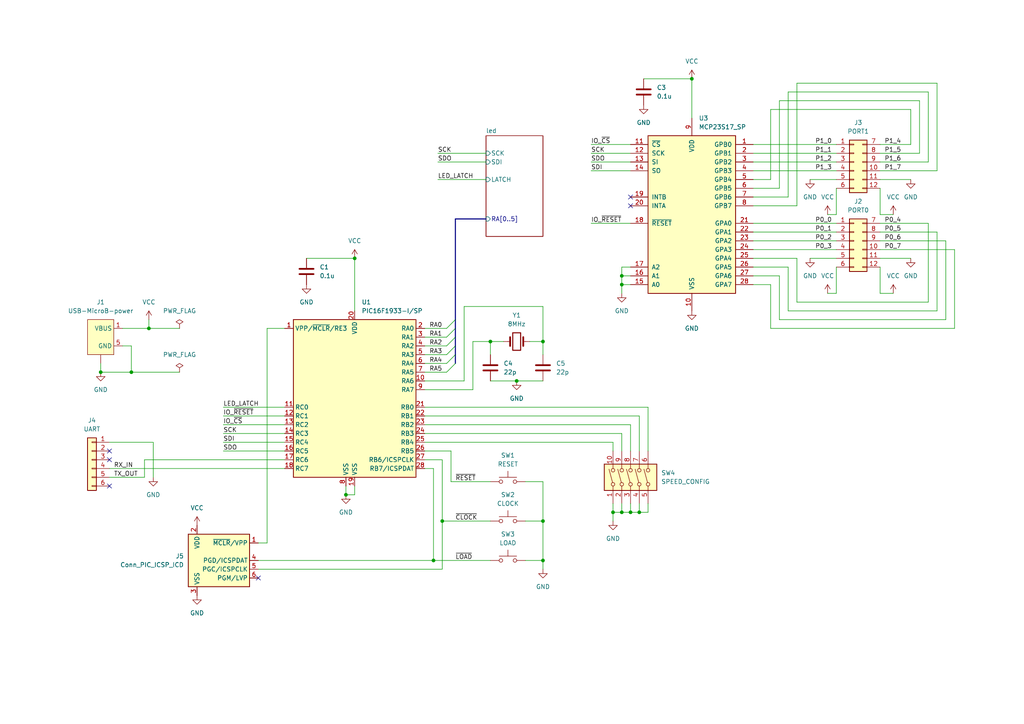
<source format=kicad_sch>
(kicad_sch (version 20211123) (generator eeschema)

  (uuid 33473488-6682-4cdf-8de3-5a3552a7ce88)

  (paper "A4")

  (title_block
    (title "CalicoCPU Emulator")
    (rev "v1.0")
  )

  (lib_symbols
    (symbol "Connector:Conn_PIC_ICSP_ICD" (in_bom yes) (on_board yes)
      (property "Reference" "J" (id 0) (at 6.35 8.89 0)
        (effects (font (size 1.27 1.27)))
      )
      (property "Value" "Conn_PIC_ICSP_ICD" (id 1) (at -8.89 -1.27 90)
        (effects (font (size 1.27 1.27)))
      )
      (property "Footprint" "" (id 2) (at 1.27 3.81 0)
        (effects (font (size 1.27 1.27)) hide)
      )
      (property "Datasheet" "http://ww1.microchip.com/downloads/en/devicedoc/30277d.pdf" (id 3) (at -7.62 -3.81 90)
        (effects (font (size 1.27 1.27)) hide)
      )
      (property "ki_keywords" "icsp icd pic microchip" (id 4) (at 0 0 0)
        (effects (font (size 1.27 1.27)) hide)
      )
      (property "ki_description" "Microchip PIC In-Circuit Serial Programming/Debugging (ICSP/ICD) connector" (id 5) (at 0 0 0)
        (effects (font (size 1.27 1.27)) hide)
      )
      (property "ki_fp_filters" "PinHeader*1x06*P2.54mm* PinSocket*1x06*P2.54mm*" (id 6) (at 0 0 0)
        (effects (font (size 1.27 1.27)) hide)
      )
      (symbol "Conn_PIC_ICSP_ICD_0_1"
        (rectangle (start -7.62 7.62) (end 10.16 -7.62)
          (stroke (width 0.254) (type default) (color 0 0 0 0))
          (fill (type background))
        )
      )
      (symbol "Conn_PIC_ICSP_ICD_1_1"
        (pin passive line (at 12.7 5.08 180) (length 2.54)
          (name "~{MCLR}/VPP" (effects (font (size 1.27 1.27))))
          (number "1" (effects (font (size 1.27 1.27))))
        )
        (pin passive line (at -5.08 10.16 270) (length 2.54)
          (name "VDD" (effects (font (size 1.27 1.27))))
          (number "2" (effects (font (size 1.27 1.27))))
        )
        (pin power_in line (at -5.08 -10.16 90) (length 2.54)
          (name "VSS" (effects (font (size 1.27 1.27))))
          (number "3" (effects (font (size 1.27 1.27))))
        )
        (pin bidirectional line (at 12.7 0 180) (length 2.54)
          (name "PGD/ICSPDAT" (effects (font (size 1.27 1.27))))
          (number "4" (effects (font (size 1.27 1.27))))
        )
        (pin output line (at 12.7 -2.54 180) (length 2.54)
          (name "PGC/ICSPCLK" (effects (font (size 1.27 1.27))))
          (number "5" (effects (font (size 1.27 1.27))))
        )
        (pin output line (at 12.7 -5.08 180) (length 2.54)
          (name "PGM/LVP" (effects (font (size 1.27 1.27))))
          (number "6" (effects (font (size 1.27 1.27))))
        )
      )
    )
    (symbol "Connector_Generic:Conn_01x06" (pin_names (offset 1.016) hide) (in_bom yes) (on_board yes)
      (property "Reference" "J" (id 0) (at 0 7.62 0)
        (effects (font (size 1.27 1.27)))
      )
      (property "Value" "Conn_01x06" (id 1) (at 0 -10.16 0)
        (effects (font (size 1.27 1.27)))
      )
      (property "Footprint" "" (id 2) (at 0 0 0)
        (effects (font (size 1.27 1.27)) hide)
      )
      (property "Datasheet" "~" (id 3) (at 0 0 0)
        (effects (font (size 1.27 1.27)) hide)
      )
      (property "ki_keywords" "connector" (id 4) (at 0 0 0)
        (effects (font (size 1.27 1.27)) hide)
      )
      (property "ki_description" "Generic connector, single row, 01x06, script generated (kicad-library-utils/schlib/autogen/connector/)" (id 5) (at 0 0 0)
        (effects (font (size 1.27 1.27)) hide)
      )
      (property "ki_fp_filters" "Connector*:*_1x??_*" (id 6) (at 0 0 0)
        (effects (font (size 1.27 1.27)) hide)
      )
      (symbol "Conn_01x06_1_1"
        (rectangle (start -1.27 -7.493) (end 0 -7.747)
          (stroke (width 0.1524) (type default) (color 0 0 0 0))
          (fill (type none))
        )
        (rectangle (start -1.27 -4.953) (end 0 -5.207)
          (stroke (width 0.1524) (type default) (color 0 0 0 0))
          (fill (type none))
        )
        (rectangle (start -1.27 -2.413) (end 0 -2.667)
          (stroke (width 0.1524) (type default) (color 0 0 0 0))
          (fill (type none))
        )
        (rectangle (start -1.27 0.127) (end 0 -0.127)
          (stroke (width 0.1524) (type default) (color 0 0 0 0))
          (fill (type none))
        )
        (rectangle (start -1.27 2.667) (end 0 2.413)
          (stroke (width 0.1524) (type default) (color 0 0 0 0))
          (fill (type none))
        )
        (rectangle (start -1.27 5.207) (end 0 4.953)
          (stroke (width 0.1524) (type default) (color 0 0 0 0))
          (fill (type none))
        )
        (rectangle (start -1.27 6.35) (end 1.27 -8.89)
          (stroke (width 0.254) (type default) (color 0 0 0 0))
          (fill (type background))
        )
        (pin passive line (at -5.08 5.08 0) (length 3.81)
          (name "Pin_1" (effects (font (size 1.27 1.27))))
          (number "1" (effects (font (size 1.27 1.27))))
        )
        (pin passive line (at -5.08 2.54 0) (length 3.81)
          (name "Pin_2" (effects (font (size 1.27 1.27))))
          (number "2" (effects (font (size 1.27 1.27))))
        )
        (pin passive line (at -5.08 0 0) (length 3.81)
          (name "Pin_3" (effects (font (size 1.27 1.27))))
          (number "3" (effects (font (size 1.27 1.27))))
        )
        (pin passive line (at -5.08 -2.54 0) (length 3.81)
          (name "Pin_4" (effects (font (size 1.27 1.27))))
          (number "4" (effects (font (size 1.27 1.27))))
        )
        (pin passive line (at -5.08 -5.08 0) (length 3.81)
          (name "Pin_5" (effects (font (size 1.27 1.27))))
          (number "5" (effects (font (size 1.27 1.27))))
        )
        (pin passive line (at -5.08 -7.62 0) (length 3.81)
          (name "Pin_6" (effects (font (size 1.27 1.27))))
          (number "6" (effects (font (size 1.27 1.27))))
        )
      )
    )
    (symbol "Connector_Generic:Conn_02x06_Top_Bottom" (pin_names (offset 1.016) hide) (in_bom yes) (on_board yes)
      (property "Reference" "J" (id 0) (at 1.27 7.62 0)
        (effects (font (size 1.27 1.27)))
      )
      (property "Value" "Conn_02x06_Top_Bottom" (id 1) (at 1.27 -10.16 0)
        (effects (font (size 1.27 1.27)))
      )
      (property "Footprint" "" (id 2) (at 0 0 0)
        (effects (font (size 1.27 1.27)) hide)
      )
      (property "Datasheet" "~" (id 3) (at 0 0 0)
        (effects (font (size 1.27 1.27)) hide)
      )
      (property "ki_keywords" "connector" (id 4) (at 0 0 0)
        (effects (font (size 1.27 1.27)) hide)
      )
      (property "ki_description" "Generic connector, double row, 02x06, top/bottom pin numbering scheme (row 1: 1...pins_per_row, row2: pins_per_row+1 ... num_pins), script generated (kicad-library-utils/schlib/autogen/connector/)" (id 5) (at 0 0 0)
        (effects (font (size 1.27 1.27)) hide)
      )
      (property "ki_fp_filters" "Connector*:*_2x??_*" (id 6) (at 0 0 0)
        (effects (font (size 1.27 1.27)) hide)
      )
      (symbol "Conn_02x06_Top_Bottom_1_1"
        (rectangle (start -1.27 -7.493) (end 0 -7.747)
          (stroke (width 0.1524) (type default) (color 0 0 0 0))
          (fill (type none))
        )
        (rectangle (start -1.27 -4.953) (end 0 -5.207)
          (stroke (width 0.1524) (type default) (color 0 0 0 0))
          (fill (type none))
        )
        (rectangle (start -1.27 -2.413) (end 0 -2.667)
          (stroke (width 0.1524) (type default) (color 0 0 0 0))
          (fill (type none))
        )
        (rectangle (start -1.27 0.127) (end 0 -0.127)
          (stroke (width 0.1524) (type default) (color 0 0 0 0))
          (fill (type none))
        )
        (rectangle (start -1.27 2.667) (end 0 2.413)
          (stroke (width 0.1524) (type default) (color 0 0 0 0))
          (fill (type none))
        )
        (rectangle (start -1.27 5.207) (end 0 4.953)
          (stroke (width 0.1524) (type default) (color 0 0 0 0))
          (fill (type none))
        )
        (rectangle (start -1.27 6.35) (end 3.81 -8.89)
          (stroke (width 0.254) (type default) (color 0 0 0 0))
          (fill (type background))
        )
        (rectangle (start 3.81 -7.493) (end 2.54 -7.747)
          (stroke (width 0.1524) (type default) (color 0 0 0 0))
          (fill (type none))
        )
        (rectangle (start 3.81 -4.953) (end 2.54 -5.207)
          (stroke (width 0.1524) (type default) (color 0 0 0 0))
          (fill (type none))
        )
        (rectangle (start 3.81 -2.413) (end 2.54 -2.667)
          (stroke (width 0.1524) (type default) (color 0 0 0 0))
          (fill (type none))
        )
        (rectangle (start 3.81 0.127) (end 2.54 -0.127)
          (stroke (width 0.1524) (type default) (color 0 0 0 0))
          (fill (type none))
        )
        (rectangle (start 3.81 2.667) (end 2.54 2.413)
          (stroke (width 0.1524) (type default) (color 0 0 0 0))
          (fill (type none))
        )
        (rectangle (start 3.81 5.207) (end 2.54 4.953)
          (stroke (width 0.1524) (type default) (color 0 0 0 0))
          (fill (type none))
        )
        (pin passive line (at -5.08 5.08 0) (length 3.81)
          (name "Pin_1" (effects (font (size 1.27 1.27))))
          (number "1" (effects (font (size 1.27 1.27))))
        )
        (pin passive line (at 7.62 -2.54 180) (length 3.81)
          (name "Pin_10" (effects (font (size 1.27 1.27))))
          (number "10" (effects (font (size 1.27 1.27))))
        )
        (pin passive line (at 7.62 -5.08 180) (length 3.81)
          (name "Pin_11" (effects (font (size 1.27 1.27))))
          (number "11" (effects (font (size 1.27 1.27))))
        )
        (pin passive line (at 7.62 -7.62 180) (length 3.81)
          (name "Pin_12" (effects (font (size 1.27 1.27))))
          (number "12" (effects (font (size 1.27 1.27))))
        )
        (pin passive line (at -5.08 2.54 0) (length 3.81)
          (name "Pin_2" (effects (font (size 1.27 1.27))))
          (number "2" (effects (font (size 1.27 1.27))))
        )
        (pin passive line (at -5.08 0 0) (length 3.81)
          (name "Pin_3" (effects (font (size 1.27 1.27))))
          (number "3" (effects (font (size 1.27 1.27))))
        )
        (pin passive line (at -5.08 -2.54 0) (length 3.81)
          (name "Pin_4" (effects (font (size 1.27 1.27))))
          (number "4" (effects (font (size 1.27 1.27))))
        )
        (pin passive line (at -5.08 -5.08 0) (length 3.81)
          (name "Pin_5" (effects (font (size 1.27 1.27))))
          (number "5" (effects (font (size 1.27 1.27))))
        )
        (pin passive line (at -5.08 -7.62 0) (length 3.81)
          (name "Pin_6" (effects (font (size 1.27 1.27))))
          (number "6" (effects (font (size 1.27 1.27))))
        )
        (pin passive line (at 7.62 5.08 180) (length 3.81)
          (name "Pin_7" (effects (font (size 1.27 1.27))))
          (number "7" (effects (font (size 1.27 1.27))))
        )
        (pin passive line (at 7.62 2.54 180) (length 3.81)
          (name "Pin_8" (effects (font (size 1.27 1.27))))
          (number "8" (effects (font (size 1.27 1.27))))
        )
        (pin passive line (at 7.62 0 180) (length 3.81)
          (name "Pin_9" (effects (font (size 1.27 1.27))))
          (number "9" (effects (font (size 1.27 1.27))))
        )
      )
    )
    (symbol "Device:C" (pin_numbers hide) (pin_names (offset 0.254)) (in_bom yes) (on_board yes)
      (property "Reference" "C" (id 0) (at 0.635 2.54 0)
        (effects (font (size 1.27 1.27)) (justify left))
      )
      (property "Value" "C" (id 1) (at 0.635 -2.54 0)
        (effects (font (size 1.27 1.27)) (justify left))
      )
      (property "Footprint" "" (id 2) (at 0.9652 -3.81 0)
        (effects (font (size 1.27 1.27)) hide)
      )
      (property "Datasheet" "~" (id 3) (at 0 0 0)
        (effects (font (size 1.27 1.27)) hide)
      )
      (property "ki_keywords" "cap capacitor" (id 4) (at 0 0 0)
        (effects (font (size 1.27 1.27)) hide)
      )
      (property "ki_description" "Unpolarized capacitor" (id 5) (at 0 0 0)
        (effects (font (size 1.27 1.27)) hide)
      )
      (property "ki_fp_filters" "C_*" (id 6) (at 0 0 0)
        (effects (font (size 1.27 1.27)) hide)
      )
      (symbol "C_0_1"
        (polyline
          (pts
            (xy -2.032 -0.762)
            (xy 2.032 -0.762)
          )
          (stroke (width 0.508) (type default) (color 0 0 0 0))
          (fill (type none))
        )
        (polyline
          (pts
            (xy -2.032 0.762)
            (xy 2.032 0.762)
          )
          (stroke (width 0.508) (type default) (color 0 0 0 0))
          (fill (type none))
        )
      )
      (symbol "C_1_1"
        (pin passive line (at 0 3.81 270) (length 2.794)
          (name "~" (effects (font (size 1.27 1.27))))
          (number "1" (effects (font (size 1.27 1.27))))
        )
        (pin passive line (at 0 -3.81 90) (length 2.794)
          (name "~" (effects (font (size 1.27 1.27))))
          (number "2" (effects (font (size 1.27 1.27))))
        )
      )
    )
    (symbol "Device:Crystal" (pin_numbers hide) (pin_names (offset 1.016) hide) (in_bom yes) (on_board yes)
      (property "Reference" "Y" (id 0) (at 0 3.81 0)
        (effects (font (size 1.27 1.27)))
      )
      (property "Value" "Crystal" (id 1) (at 0 -3.81 0)
        (effects (font (size 1.27 1.27)))
      )
      (property "Footprint" "" (id 2) (at 0 0 0)
        (effects (font (size 1.27 1.27)) hide)
      )
      (property "Datasheet" "~" (id 3) (at 0 0 0)
        (effects (font (size 1.27 1.27)) hide)
      )
      (property "ki_keywords" "quartz ceramic resonator oscillator" (id 4) (at 0 0 0)
        (effects (font (size 1.27 1.27)) hide)
      )
      (property "ki_description" "Two pin crystal" (id 5) (at 0 0 0)
        (effects (font (size 1.27 1.27)) hide)
      )
      (property "ki_fp_filters" "Crystal*" (id 6) (at 0 0 0)
        (effects (font (size 1.27 1.27)) hide)
      )
      (symbol "Crystal_0_1"
        (rectangle (start -1.143 2.54) (end 1.143 -2.54)
          (stroke (width 0.3048) (type default) (color 0 0 0 0))
          (fill (type none))
        )
        (polyline
          (pts
            (xy -2.54 0)
            (xy -1.905 0)
          )
          (stroke (width 0) (type default) (color 0 0 0 0))
          (fill (type none))
        )
        (polyline
          (pts
            (xy -1.905 -1.27)
            (xy -1.905 1.27)
          )
          (stroke (width 0.508) (type default) (color 0 0 0 0))
          (fill (type none))
        )
        (polyline
          (pts
            (xy 1.905 -1.27)
            (xy 1.905 1.27)
          )
          (stroke (width 0.508) (type default) (color 0 0 0 0))
          (fill (type none))
        )
        (polyline
          (pts
            (xy 2.54 0)
            (xy 1.905 0)
          )
          (stroke (width 0) (type default) (color 0 0 0 0))
          (fill (type none))
        )
      )
      (symbol "Crystal_1_1"
        (pin passive line (at -3.81 0 0) (length 1.27)
          (name "1" (effects (font (size 1.27 1.27))))
          (number "1" (effects (font (size 1.27 1.27))))
        )
        (pin passive line (at 3.81 0 180) (length 1.27)
          (name "2" (effects (font (size 1.27 1.27))))
          (number "2" (effects (font (size 1.27 1.27))))
        )
      )
    )
    (symbol "Interface_Expansion:MCP23S17_SP" (pin_names (offset 1.016)) (in_bom yes) (on_board yes)
      (property "Reference" "U" (id 0) (at -11.43 24.13 0)
        (effects (font (size 1.27 1.27)))
      )
      (property "Value" "MCP23S17_SP" (id 1) (at 0 0 0)
        (effects (font (size 1.27 1.27)))
      )
      (property "Footprint" "Package_DIP:DIP-28_W7.62mm" (id 2) (at 5.08 -25.4 0)
        (effects (font (size 1.27 1.27)) (justify left) hide)
      )
      (property "Datasheet" "http://ww1.microchip.com/downloads/en/DeviceDoc/20001952C.pdf" (id 3) (at 5.08 -27.94 0)
        (effects (font (size 1.27 1.27)) (justify left) hide)
      )
      (property "ki_keywords" "microchip i2c parallel port expander" (id 4) (at 0 0 0)
        (effects (font (size 1.27 1.27)) hide)
      )
      (property "ki_description" "16-bit I/O expander, SPI, interrupts, w pull-ups, SPDIP-28" (id 5) (at 0 0 0)
        (effects (font (size 1.27 1.27)) hide)
      )
      (property "ki_fp_filters" "DIP*W7.62mm*" (id 6) (at 0 0 0)
        (effects (font (size 1.27 1.27)) hide)
      )
      (symbol "MCP23S17_SP_0_1"
        (rectangle (start -12.7 22.86) (end 12.7 -22.86)
          (stroke (width 0.254) (type default) (color 0 0 0 0))
          (fill (type background))
        )
      )
      (symbol "MCP23S17_SP_1_1"
        (pin bidirectional line (at 17.78 20.32 180) (length 5.08)
          (name "GPB0" (effects (font (size 1.27 1.27))))
          (number "1" (effects (font (size 1.27 1.27))))
        )
        (pin power_in line (at 0 -27.94 90) (length 5.08)
          (name "VSS" (effects (font (size 1.27 1.27))))
          (number "10" (effects (font (size 1.27 1.27))))
        )
        (pin input line (at -17.78 20.32 0) (length 5.08)
          (name "~{CS}" (effects (font (size 1.27 1.27))))
          (number "11" (effects (font (size 1.27 1.27))))
        )
        (pin input line (at -17.78 17.78 0) (length 5.08)
          (name "SCK" (effects (font (size 1.27 1.27))))
          (number "12" (effects (font (size 1.27 1.27))))
        )
        (pin input line (at -17.78 15.24 0) (length 5.08)
          (name "SI" (effects (font (size 1.27 1.27))))
          (number "13" (effects (font (size 1.27 1.27))))
        )
        (pin output line (at -17.78 12.7 0) (length 5.08)
          (name "SO" (effects (font (size 1.27 1.27))))
          (number "14" (effects (font (size 1.27 1.27))))
        )
        (pin input line (at -17.78 -20.32 0) (length 5.08)
          (name "A0" (effects (font (size 1.27 1.27))))
          (number "15" (effects (font (size 1.27 1.27))))
        )
        (pin input line (at -17.78 -17.78 0) (length 5.08)
          (name "A1" (effects (font (size 1.27 1.27))))
          (number "16" (effects (font (size 1.27 1.27))))
        )
        (pin input line (at -17.78 -15.24 0) (length 5.08)
          (name "A2" (effects (font (size 1.27 1.27))))
          (number "17" (effects (font (size 1.27 1.27))))
        )
        (pin input line (at -17.78 -2.54 0) (length 5.08)
          (name "~{RESET}" (effects (font (size 1.27 1.27))))
          (number "18" (effects (font (size 1.27 1.27))))
        )
        (pin tri_state line (at -17.78 5.08 0) (length 5.08)
          (name "INTB" (effects (font (size 1.27 1.27))))
          (number "19" (effects (font (size 1.27 1.27))))
        )
        (pin bidirectional line (at 17.78 17.78 180) (length 5.08)
          (name "GPB1" (effects (font (size 1.27 1.27))))
          (number "2" (effects (font (size 1.27 1.27))))
        )
        (pin tri_state line (at -17.78 2.54 0) (length 5.08)
          (name "INTA" (effects (font (size 1.27 1.27))))
          (number "20" (effects (font (size 1.27 1.27))))
        )
        (pin bidirectional line (at 17.78 -2.54 180) (length 5.08)
          (name "GPA0" (effects (font (size 1.27 1.27))))
          (number "21" (effects (font (size 1.27 1.27))))
        )
        (pin bidirectional line (at 17.78 -5.08 180) (length 5.08)
          (name "GPA1" (effects (font (size 1.27 1.27))))
          (number "22" (effects (font (size 1.27 1.27))))
        )
        (pin bidirectional line (at 17.78 -7.62 180) (length 5.08)
          (name "GPA2" (effects (font (size 1.27 1.27))))
          (number "23" (effects (font (size 1.27 1.27))))
        )
        (pin bidirectional line (at 17.78 -10.16 180) (length 5.08)
          (name "GPA3" (effects (font (size 1.27 1.27))))
          (number "24" (effects (font (size 1.27 1.27))))
        )
        (pin bidirectional line (at 17.78 -12.7 180) (length 5.08)
          (name "GPA4" (effects (font (size 1.27 1.27))))
          (number "25" (effects (font (size 1.27 1.27))))
        )
        (pin bidirectional line (at 17.78 -15.24 180) (length 5.08)
          (name "GPA5" (effects (font (size 1.27 1.27))))
          (number "26" (effects (font (size 1.27 1.27))))
        )
        (pin bidirectional line (at 17.78 -17.78 180) (length 5.08)
          (name "GPA6" (effects (font (size 1.27 1.27))))
          (number "27" (effects (font (size 1.27 1.27))))
        )
        (pin bidirectional line (at 17.78 -20.32 180) (length 5.08)
          (name "GPA7" (effects (font (size 1.27 1.27))))
          (number "28" (effects (font (size 1.27 1.27))))
        )
        (pin bidirectional line (at 17.78 15.24 180) (length 5.08)
          (name "GPB2" (effects (font (size 1.27 1.27))))
          (number "3" (effects (font (size 1.27 1.27))))
        )
        (pin bidirectional line (at 17.78 12.7 180) (length 5.08)
          (name "GPB3" (effects (font (size 1.27 1.27))))
          (number "4" (effects (font (size 1.27 1.27))))
        )
        (pin bidirectional line (at 17.78 10.16 180) (length 5.08)
          (name "GPB4" (effects (font (size 1.27 1.27))))
          (number "5" (effects (font (size 1.27 1.27))))
        )
        (pin bidirectional line (at 17.78 7.62 180) (length 5.08)
          (name "GPB5" (effects (font (size 1.27 1.27))))
          (number "6" (effects (font (size 1.27 1.27))))
        )
        (pin bidirectional line (at 17.78 5.08 180) (length 5.08)
          (name "GPB6" (effects (font (size 1.27 1.27))))
          (number "7" (effects (font (size 1.27 1.27))))
        )
        (pin bidirectional line (at 17.78 2.54 180) (length 5.08)
          (name "GPB7" (effects (font (size 1.27 1.27))))
          (number "8" (effects (font (size 1.27 1.27))))
        )
        (pin power_in line (at 0 27.94 270) (length 5.08)
          (name "VDD" (effects (font (size 1.27 1.27))))
          (number "9" (effects (font (size 1.27 1.27))))
        )
      )
    )
    (symbol "MCU_Microchip_PIC16:PIC16F15356-xSP" (in_bom yes) (on_board yes)
      (property "Reference" "U?" (id 0) (at 17.78 -24.13 0)
        (effects (font (size 1.27 1.27)))
      )
      (property "Value" "PIC16F15356-xSP" (id 1) (at 0 0 0)
        (effects (font (size 1.27 1.27)))
      )
      (property "Footprint" "Package_DIP:DIP-28_W7.62mm" (id 2) (at -20.32 12.7 0)
        (effects (font (size 1.27 1.27)) hide)
      )
      (property "Datasheet" "http://ww1.microchip.com/downloads/en/DeviceDoc/PIC16LF15356-75-76-85-86-Data%20Sheet-40001866B.pdf" (id 3) (at -20.32 12.7 0)
        (effects (font (size 1.27 1.27)) hide)
      )
      (property "ki_keywords" "FLASH-Based 8-Bit CMOS Microcontroller Low Power" (id 4) (at 0 0 0)
        (effects (font (size 1.27 1.27)) hide)
      )
      (property "ki_description" "16KW FLASH, 2048B SRAM, DIP-28" (id 5) (at 0 0 0)
        (effects (font (size 1.27 1.27)) hide)
      )
      (property "ki_fp_filters" "DIP*7.62mm*" (id 6) (at 0 0 0)
        (effects (font (size 1.27 1.27)) hide)
      )
      (symbol "PIC16F15356-xSP_0_1"
        (rectangle (start 17.78 22.86) (end -17.78 -22.86)
          (stroke (width 0.254) (type default) (color 0 0 0 0))
          (fill (type background))
        )
      )
      (symbol "PIC16F15356-xSP_1_1"
        (pin bidirectional line (at -20.32 20.32 0) (length 2.54)
          (name "VPP/~{MCLR}/RE3" (effects (font (size 1.27 1.27))))
          (number "1" (effects (font (size 1.27 1.27))))
        )
        (pin bidirectional line (at 20.32 5.08 180) (length 2.54)
          (name "RA6" (effects (font (size 1.27 1.27))))
          (number "10" (effects (font (size 1.27 1.27))))
        )
        (pin bidirectional line (at -20.32 -2.54 0) (length 2.54)
          (name "RC0" (effects (font (size 1.27 1.27))))
          (number "11" (effects (font (size 1.27 1.27))))
        )
        (pin bidirectional line (at -20.32 -5.08 0) (length 2.54)
          (name "RC1" (effects (font (size 1.27 1.27))))
          (number "12" (effects (font (size 1.27 1.27))))
        )
        (pin bidirectional line (at -20.32 -7.62 0) (length 2.54)
          (name "RC2" (effects (font (size 1.27 1.27))))
          (number "13" (effects (font (size 1.27 1.27))))
        )
        (pin bidirectional line (at -20.32 -10.16 0) (length 2.54)
          (name "RC3" (effects (font (size 1.27 1.27))))
          (number "14" (effects (font (size 1.27 1.27))))
        )
        (pin bidirectional line (at -20.32 -12.7 0) (length 2.54)
          (name "RC4" (effects (font (size 1.27 1.27))))
          (number "15" (effects (font (size 1.27 1.27))))
        )
        (pin bidirectional line (at -20.32 -15.24 0) (length 2.54)
          (name "RC5" (effects (font (size 1.27 1.27))))
          (number "16" (effects (font (size 1.27 1.27))))
        )
        (pin bidirectional line (at -20.32 -17.78 0) (length 2.54)
          (name "RC6" (effects (font (size 1.27 1.27))))
          (number "17" (effects (font (size 1.27 1.27))))
        )
        (pin bidirectional line (at -20.32 -20.32 0) (length 2.54)
          (name "RC7" (effects (font (size 1.27 1.27))))
          (number "18" (effects (font (size 1.27 1.27))))
        )
        (pin power_in line (at 0 -25.4 90) (length 2.54)
          (name "VSS" (effects (font (size 1.27 1.27))))
          (number "19" (effects (font (size 1.27 1.27))))
        )
        (pin bidirectional line (at 20.32 20.32 180) (length 2.54)
          (name "RA0" (effects (font (size 1.27 1.27))))
          (number "2" (effects (font (size 1.27 1.27))))
        )
        (pin power_in line (at 0 25.4 270) (length 2.54)
          (name "VDD" (effects (font (size 1.27 1.27))))
          (number "20" (effects (font (size 1.27 1.27))))
        )
        (pin bidirectional line (at 20.32 -2.54 180) (length 2.54)
          (name "RB0" (effects (font (size 1.27 1.27))))
          (number "21" (effects (font (size 1.27 1.27))))
        )
        (pin bidirectional line (at 20.32 -5.08 180) (length 2.54)
          (name "RB1" (effects (font (size 1.27 1.27))))
          (number "22" (effects (font (size 1.27 1.27))))
        )
        (pin bidirectional line (at 20.32 -7.62 180) (length 2.54)
          (name "RB2" (effects (font (size 1.27 1.27))))
          (number "23" (effects (font (size 1.27 1.27))))
        )
        (pin bidirectional line (at 20.32 -10.16 180) (length 2.54)
          (name "RB3" (effects (font (size 1.27 1.27))))
          (number "24" (effects (font (size 1.27 1.27))))
        )
        (pin bidirectional line (at 20.32 -12.7 180) (length 2.54)
          (name "RB4" (effects (font (size 1.27 1.27))))
          (number "25" (effects (font (size 1.27 1.27))))
        )
        (pin bidirectional line (at 20.32 -15.24 180) (length 2.54)
          (name "RB5" (effects (font (size 1.27 1.27))))
          (number "26" (effects (font (size 1.27 1.27))))
        )
        (pin bidirectional line (at 20.32 -17.78 180) (length 2.54)
          (name "RB6/ICSPCLK" (effects (font (size 1.27 1.27))))
          (number "27" (effects (font (size 1.27 1.27))))
        )
        (pin bidirectional line (at 20.32 -20.32 180) (length 2.54)
          (name "RB7/ICSPDAT" (effects (font (size 1.27 1.27))))
          (number "28" (effects (font (size 1.27 1.27))))
        )
        (pin bidirectional line (at 20.32 17.78 180) (length 2.54)
          (name "RA1" (effects (font (size 1.27 1.27))))
          (number "3" (effects (font (size 1.27 1.27))))
        )
        (pin bidirectional line (at 20.32 15.24 180) (length 2.54)
          (name "RA2" (effects (font (size 1.27 1.27))))
          (number "4" (effects (font (size 1.27 1.27))))
        )
        (pin bidirectional line (at 20.32 12.7 180) (length 2.54)
          (name "RA3" (effects (font (size 1.27 1.27))))
          (number "5" (effects (font (size 1.27 1.27))))
        )
        (pin bidirectional line (at 20.32 10.16 180) (length 2.54)
          (name "RA4" (effects (font (size 1.27 1.27))))
          (number "6" (effects (font (size 1.27 1.27))))
        )
        (pin bidirectional line (at 20.32 7.62 180) (length 2.54)
          (name "RA5" (effects (font (size 1.27 1.27))))
          (number "7" (effects (font (size 1.27 1.27))))
        )
        (pin power_in line (at -2.54 -25.4 90) (length 2.54)
          (name "VSS" (effects (font (size 1.27 1.27))))
          (number "8" (effects (font (size 1.27 1.27))))
        )
        (pin bidirectional line (at 20.32 2.54 180) (length 2.54)
          (name "RA7" (effects (font (size 1.27 1.27))))
          (number "9" (effects (font (size 1.27 1.27))))
        )
      )
    )
    (symbol "MyLibrary:USB-MicroB-power" (in_bom yes) (on_board yes)
      (property "Reference" "J" (id 0) (at 0 8.89 0)
        (effects (font (size 1.27 1.27)))
      )
      (property "Value" "USB-MicroB-power" (id 1) (at 0 6.35 0)
        (effects (font (size 1.27 1.27)))
      )
      (property "Footprint" "" (id 2) (at 0 0 0)
        (effects (font (size 1.27 1.27)) hide)
      )
      (property "Datasheet" "" (id 3) (at 0 0 0)
        (effects (font (size 1.27 1.27)) hide)
      )
      (symbol "USB-MicroB-power_0_1"
        (rectangle (start -3.81 5.08) (end 3.81 -5.08)
          (stroke (width 0) (type default) (color 0 0 0 0))
          (fill (type background))
        )
      )
      (symbol "USB-MicroB-power_1_1"
        (pin passive line (at 6.35 2.54 180) (length 2.54)
          (name "VBUS" (effects (font (size 1.27 1.27))))
          (number "1" (effects (font (size 1.27 1.27))))
        )
        (pin passive line (at 6.35 -2.54 180) (length 2.54)
          (name "GND" (effects (font (size 1.27 1.27))))
          (number "5" (effects (font (size 1.27 1.27))))
        )
        (pin passive line (at 0 -7.62 90) (length 2.54)
          (name "SHIELD" (effects (font (size 0 0))))
          (number "6" (effects (font (size 0 0))))
        )
      )
    )
    (symbol "Switch:SW_DIP_x05" (pin_names (offset 0) hide) (in_bom yes) (on_board yes)
      (property "Reference" "SW" (id 0) (at 0 8.89 0)
        (effects (font (size 1.27 1.27)))
      )
      (property "Value" "SW_DIP_x05" (id 1) (at 0 -8.89 0)
        (effects (font (size 1.27 1.27)))
      )
      (property "Footprint" "" (id 2) (at 0 0 0)
        (effects (font (size 1.27 1.27)) hide)
      )
      (property "Datasheet" "~" (id 3) (at 0 0 0)
        (effects (font (size 1.27 1.27)) hide)
      )
      (property "ki_keywords" "dip switch" (id 4) (at 0 0 0)
        (effects (font (size 1.27 1.27)) hide)
      )
      (property "ki_description" "5x DIP Switch, Single Pole Single Throw (SPST) switch, small symbol" (id 5) (at 0 0 0)
        (effects (font (size 1.27 1.27)) hide)
      )
      (property "ki_fp_filters" "SW?DIP?x5*" (id 6) (at 0 0 0)
        (effects (font (size 1.27 1.27)) hide)
      )
      (symbol "SW_DIP_x05_0_0"
        (circle (center -2.032 -5.08) (radius 0.508)
          (stroke (width 0) (type default) (color 0 0 0 0))
          (fill (type none))
        )
        (circle (center -2.032 -2.54) (radius 0.508)
          (stroke (width 0) (type default) (color 0 0 0 0))
          (fill (type none))
        )
        (circle (center -2.032 0) (radius 0.508)
          (stroke (width 0) (type default) (color 0 0 0 0))
          (fill (type none))
        )
        (circle (center -2.032 2.54) (radius 0.508)
          (stroke (width 0) (type default) (color 0 0 0 0))
          (fill (type none))
        )
        (circle (center -2.032 5.08) (radius 0.508)
          (stroke (width 0) (type default) (color 0 0 0 0))
          (fill (type none))
        )
        (polyline
          (pts
            (xy -1.524 -4.9276)
            (xy 2.3622 -3.8862)
          )
          (stroke (width 0) (type default) (color 0 0 0 0))
          (fill (type none))
        )
        (polyline
          (pts
            (xy -1.524 -2.3876)
            (xy 2.3622 -1.3462)
          )
          (stroke (width 0) (type default) (color 0 0 0 0))
          (fill (type none))
        )
        (polyline
          (pts
            (xy -1.524 0.127)
            (xy 2.3622 1.1684)
          )
          (stroke (width 0) (type default) (color 0 0 0 0))
          (fill (type none))
        )
        (polyline
          (pts
            (xy -1.524 2.667)
            (xy 2.3622 3.7084)
          )
          (stroke (width 0) (type default) (color 0 0 0 0))
          (fill (type none))
        )
        (polyline
          (pts
            (xy -1.524 5.207)
            (xy 2.3622 6.2484)
          )
          (stroke (width 0) (type default) (color 0 0 0 0))
          (fill (type none))
        )
        (circle (center 2.032 -5.08) (radius 0.508)
          (stroke (width 0) (type default) (color 0 0 0 0))
          (fill (type none))
        )
        (circle (center 2.032 -2.54) (radius 0.508)
          (stroke (width 0) (type default) (color 0 0 0 0))
          (fill (type none))
        )
        (circle (center 2.032 0) (radius 0.508)
          (stroke (width 0) (type default) (color 0 0 0 0))
          (fill (type none))
        )
        (circle (center 2.032 2.54) (radius 0.508)
          (stroke (width 0) (type default) (color 0 0 0 0))
          (fill (type none))
        )
        (circle (center 2.032 5.08) (radius 0.508)
          (stroke (width 0) (type default) (color 0 0 0 0))
          (fill (type none))
        )
      )
      (symbol "SW_DIP_x05_0_1"
        (rectangle (start -3.81 7.62) (end 3.81 -7.62)
          (stroke (width 0.254) (type default) (color 0 0 0 0))
          (fill (type background))
        )
      )
      (symbol "SW_DIP_x05_1_1"
        (pin passive line (at -7.62 5.08 0) (length 5.08)
          (name "~" (effects (font (size 1.27 1.27))))
          (number "1" (effects (font (size 1.27 1.27))))
        )
        (pin passive line (at 7.62 5.08 180) (length 5.08)
          (name "~" (effects (font (size 1.27 1.27))))
          (number "10" (effects (font (size 1.27 1.27))))
        )
        (pin passive line (at -7.62 2.54 0) (length 5.08)
          (name "~" (effects (font (size 1.27 1.27))))
          (number "2" (effects (font (size 1.27 1.27))))
        )
        (pin passive line (at -7.62 0 0) (length 5.08)
          (name "~" (effects (font (size 1.27 1.27))))
          (number "3" (effects (font (size 1.27 1.27))))
        )
        (pin passive line (at -7.62 -2.54 0) (length 5.08)
          (name "~" (effects (font (size 1.27 1.27))))
          (number "4" (effects (font (size 1.27 1.27))))
        )
        (pin passive line (at -7.62 -5.08 0) (length 5.08)
          (name "~" (effects (font (size 1.27 1.27))))
          (number "5" (effects (font (size 1.27 1.27))))
        )
        (pin passive line (at 7.62 -5.08 180) (length 5.08)
          (name "~" (effects (font (size 1.27 1.27))))
          (number "6" (effects (font (size 1.27 1.27))))
        )
        (pin passive line (at 7.62 -2.54 180) (length 5.08)
          (name "~" (effects (font (size 1.27 1.27))))
          (number "7" (effects (font (size 1.27 1.27))))
        )
        (pin passive line (at 7.62 0 180) (length 5.08)
          (name "~" (effects (font (size 1.27 1.27))))
          (number "8" (effects (font (size 1.27 1.27))))
        )
        (pin passive line (at 7.62 2.54 180) (length 5.08)
          (name "~" (effects (font (size 1.27 1.27))))
          (number "9" (effects (font (size 1.27 1.27))))
        )
      )
    )
    (symbol "Switch:SW_Push" (pin_numbers hide) (pin_names (offset 1.016) hide) (in_bom yes) (on_board yes)
      (property "Reference" "SW" (id 0) (at 1.27 2.54 0)
        (effects (font (size 1.27 1.27)) (justify left))
      )
      (property "Value" "SW_Push" (id 1) (at 0 -1.524 0)
        (effects (font (size 1.27 1.27)))
      )
      (property "Footprint" "" (id 2) (at 0 5.08 0)
        (effects (font (size 1.27 1.27)) hide)
      )
      (property "Datasheet" "~" (id 3) (at 0 5.08 0)
        (effects (font (size 1.27 1.27)) hide)
      )
      (property "ki_keywords" "switch normally-open pushbutton push-button" (id 4) (at 0 0 0)
        (effects (font (size 1.27 1.27)) hide)
      )
      (property "ki_description" "Push button switch, generic, two pins" (id 5) (at 0 0 0)
        (effects (font (size 1.27 1.27)) hide)
      )
      (symbol "SW_Push_0_1"
        (circle (center -2.032 0) (radius 0.508)
          (stroke (width 0) (type default) (color 0 0 0 0))
          (fill (type none))
        )
        (polyline
          (pts
            (xy 0 1.27)
            (xy 0 3.048)
          )
          (stroke (width 0) (type default) (color 0 0 0 0))
          (fill (type none))
        )
        (polyline
          (pts
            (xy 2.54 1.27)
            (xy -2.54 1.27)
          )
          (stroke (width 0) (type default) (color 0 0 0 0))
          (fill (type none))
        )
        (circle (center 2.032 0) (radius 0.508)
          (stroke (width 0) (type default) (color 0 0 0 0))
          (fill (type none))
        )
        (pin passive line (at -5.08 0 0) (length 2.54)
          (name "1" (effects (font (size 1.27 1.27))))
          (number "1" (effects (font (size 1.27 1.27))))
        )
        (pin passive line (at 5.08 0 180) (length 2.54)
          (name "2" (effects (font (size 1.27 1.27))))
          (number "2" (effects (font (size 1.27 1.27))))
        )
      )
    )
    (symbol "power:GND" (power) (pin_names (offset 0)) (in_bom yes) (on_board yes)
      (property "Reference" "#PWR" (id 0) (at 0 -6.35 0)
        (effects (font (size 1.27 1.27)) hide)
      )
      (property "Value" "GND" (id 1) (at 0 -3.81 0)
        (effects (font (size 1.27 1.27)))
      )
      (property "Footprint" "" (id 2) (at 0 0 0)
        (effects (font (size 1.27 1.27)) hide)
      )
      (property "Datasheet" "" (id 3) (at 0 0 0)
        (effects (font (size 1.27 1.27)) hide)
      )
      (property "ki_keywords" "power-flag" (id 4) (at 0 0 0)
        (effects (font (size 1.27 1.27)) hide)
      )
      (property "ki_description" "Power symbol creates a global label with name \"GND\" , ground" (id 5) (at 0 0 0)
        (effects (font (size 1.27 1.27)) hide)
      )
      (symbol "GND_0_1"
        (polyline
          (pts
            (xy 0 0)
            (xy 0 -1.27)
            (xy 1.27 -1.27)
            (xy 0 -2.54)
            (xy -1.27 -1.27)
            (xy 0 -1.27)
          )
          (stroke (width 0) (type default) (color 0 0 0 0))
          (fill (type none))
        )
      )
      (symbol "GND_1_1"
        (pin power_in line (at 0 0 270) (length 0) hide
          (name "GND" (effects (font (size 1.27 1.27))))
          (number "1" (effects (font (size 1.27 1.27))))
        )
      )
    )
    (symbol "power:PWR_FLAG" (power) (pin_numbers hide) (pin_names (offset 0) hide) (in_bom yes) (on_board yes)
      (property "Reference" "#FLG" (id 0) (at 0 1.905 0)
        (effects (font (size 1.27 1.27)) hide)
      )
      (property "Value" "PWR_FLAG" (id 1) (at 0 3.81 0)
        (effects (font (size 1.27 1.27)))
      )
      (property "Footprint" "" (id 2) (at 0 0 0)
        (effects (font (size 1.27 1.27)) hide)
      )
      (property "Datasheet" "~" (id 3) (at 0 0 0)
        (effects (font (size 1.27 1.27)) hide)
      )
      (property "ki_keywords" "power-flag" (id 4) (at 0 0 0)
        (effects (font (size 1.27 1.27)) hide)
      )
      (property "ki_description" "Special symbol for telling ERC where power comes from" (id 5) (at 0 0 0)
        (effects (font (size 1.27 1.27)) hide)
      )
      (symbol "PWR_FLAG_0_0"
        (pin power_out line (at 0 0 90) (length 0)
          (name "pwr" (effects (font (size 1.27 1.27))))
          (number "1" (effects (font (size 1.27 1.27))))
        )
      )
      (symbol "PWR_FLAG_0_1"
        (polyline
          (pts
            (xy 0 0)
            (xy 0 1.27)
            (xy -1.016 1.905)
            (xy 0 2.54)
            (xy 1.016 1.905)
            (xy 0 1.27)
          )
          (stroke (width 0) (type default) (color 0 0 0 0))
          (fill (type none))
        )
      )
    )
    (symbol "power:VCC" (power) (pin_names (offset 0)) (in_bom yes) (on_board yes)
      (property "Reference" "#PWR" (id 0) (at 0 -3.81 0)
        (effects (font (size 1.27 1.27)) hide)
      )
      (property "Value" "VCC" (id 1) (at 0 3.81 0)
        (effects (font (size 1.27 1.27)))
      )
      (property "Footprint" "" (id 2) (at 0 0 0)
        (effects (font (size 1.27 1.27)) hide)
      )
      (property "Datasheet" "" (id 3) (at 0 0 0)
        (effects (font (size 1.27 1.27)) hide)
      )
      (property "ki_keywords" "power-flag" (id 4) (at 0 0 0)
        (effects (font (size 1.27 1.27)) hide)
      )
      (property "ki_description" "Power symbol creates a global label with name \"VCC\"" (id 5) (at 0 0 0)
        (effects (font (size 1.27 1.27)) hide)
      )
      (symbol "VCC_0_1"
        (polyline
          (pts
            (xy -0.762 1.27)
            (xy 0 2.54)
          )
          (stroke (width 0) (type default) (color 0 0 0 0))
          (fill (type none))
        )
        (polyline
          (pts
            (xy 0 0)
            (xy 0 2.54)
          )
          (stroke (width 0) (type default) (color 0 0 0 0))
          (fill (type none))
        )
        (polyline
          (pts
            (xy 0 2.54)
            (xy 0.762 1.27)
          )
          (stroke (width 0) (type default) (color 0 0 0 0))
          (fill (type none))
        )
      )
      (symbol "VCC_1_1"
        (pin power_in line (at 0 0 90) (length 0) hide
          (name "VCC" (effects (font (size 1.27 1.27))))
          (number "1" (effects (font (size 1.27 1.27))))
        )
      )
    )
  )

  (junction (at 149.86 110.49) (diameter 0) (color 0 0 0 0)
    (uuid 0083ec75-76b0-493d-8fda-a764c239d7cf)
  )
  (junction (at 102.87 74.93) (diameter 0) (color 0 0 0 0)
    (uuid 01d2b5b2-67d5-447a-b097-6bc4490c7d74)
  )
  (junction (at 125.73 162.56) (diameter 0) (color 0 0 0 0)
    (uuid 081f0a5c-3212-4e43-939e-07aacf9f6f48)
  )
  (junction (at 43.18 95.25) (diameter 0) (color 0 0 0 0)
    (uuid 088272b3-74ac-4a9b-b0ed-f8df38d6897c)
  )
  (junction (at 157.48 162.56) (diameter 0) (color 0 0 0 0)
    (uuid 0ab93736-0a20-4c0d-bb92-79c6b2f6de3d)
  )
  (junction (at 38.1 107.95) (diameter 0) (color 0 0 0 0)
    (uuid 207a1768-bceb-4eba-ae48-d724ef21a5a3)
  )
  (junction (at 157.48 99.06) (diameter 0) (color 0 0 0 0)
    (uuid 27957a79-6714-4aff-bd8b-cbe672079691)
  )
  (junction (at 200.66 22.86) (diameter 0) (color 0 0 0 0)
    (uuid 3191265c-a53d-4543-97df-eb18ea9eb74f)
  )
  (junction (at 182.88 148.59) (diameter 0) (color 0 0 0 0)
    (uuid 372e8f88-3962-44ad-b353-e109d178429f)
  )
  (junction (at 29.21 107.95) (diameter 0) (color 0 0 0 0)
    (uuid 4c09bf17-5f1c-4ab3-a4f2-c36e9a4ee0b9)
  )
  (junction (at 128.27 151.13) (diameter 0) (color 0 0 0 0)
    (uuid 55f2b110-ae00-4e29-87a8-6e03ae68c4a4)
  )
  (junction (at 142.24 99.06) (diameter 0) (color 0 0 0 0)
    (uuid 6b75feb6-ff0f-4093-9ba2-fbee287dcb03)
  )
  (junction (at 185.42 148.59) (diameter 0) (color 0 0 0 0)
    (uuid 895ec680-d3dc-4993-81b3-4fc3c5555145)
  )
  (junction (at 177.8 148.59) (diameter 0) (color 0 0 0 0)
    (uuid 8ca36b6a-d95c-4a1f-8c4a-748210a38097)
  )
  (junction (at 180.34 148.59) (diameter 0) (color 0 0 0 0)
    (uuid b645f1b5-c6ca-42b6-a4b9-6edbc3557a95)
  )
  (junction (at 180.34 80.01) (diameter 0) (color 0 0 0 0)
    (uuid c6fe0f01-a8f9-4a2f-8be5-7275a14f988c)
  )
  (junction (at 100.33 143.51) (diameter 0) (color 0 0 0 0)
    (uuid d9e26d5e-6237-46f1-8962-dd23085d5b5f)
  )
  (junction (at 180.34 82.55) (diameter 0) (color 0 0 0 0)
    (uuid e3a9e312-b3dc-4f44-b768-f0faa9106a26)
  )
  (junction (at 157.48 151.13) (diameter 0) (color 0 0 0 0)
    (uuid fbb04a99-f585-42db-9642-5aad9352e9cb)
  )

  (no_connect (at 74.93 167.64) (uuid 0adfe648-829d-4694-ae4d-70ec4602adc9))
  (no_connect (at 182.88 57.15) (uuid 9ca0a90d-c8f6-4f6b-869d-c1822d07d48f))
  (no_connect (at 182.88 59.69) (uuid 9ca0a90d-c8f6-4f6b-869d-c1822d07d490))
  (no_connect (at 31.75 140.97) (uuid 9e074471-cde0-4918-a283-dd75ff70e882))
  (no_connect (at 31.75 133.35) (uuid 9e074471-cde0-4918-a283-dd75ff70e883))
  (no_connect (at 31.75 130.81) (uuid 9e074471-cde0-4918-a283-dd75ff70e884))

  (bus_entry (at 132.08 92.71) (size -2.54 2.54)
    (stroke (width 0) (type default) (color 0 0 0 0))
    (uuid 09afaa6e-3e40-41a7-9c21-c7520a0d856e)
  )
  (bus_entry (at 132.08 95.25) (size -2.54 2.54)
    (stroke (width 0) (type default) (color 0 0 0 0))
    (uuid 19e57103-30b0-4675-b182-f5e9f1f0d168)
  )
  (bus_entry (at 132.08 105.41) (size -2.54 2.54)
    (stroke (width 0) (type default) (color 0 0 0 0))
    (uuid 95579173-16d6-4a24-9898-29ea9b131e5f)
  )
  (bus_entry (at 132.08 102.87) (size -2.54 2.54)
    (stroke (width 0) (type default) (color 0 0 0 0))
    (uuid e4c31468-bbc4-4942-a174-8f0f245994b3)
  )
  (bus_entry (at 132.08 97.79) (size -2.54 2.54)
    (stroke (width 0) (type default) (color 0 0 0 0))
    (uuid f15ef969-b708-4363-98e7-23a93def2e09)
  )
  (bus_entry (at 132.08 100.33) (size -2.54 2.54)
    (stroke (width 0) (type default) (color 0 0 0 0))
    (uuid f487808c-3e4e-41c4-a1f4-b02337ae2310)
  )

  (wire (pts (xy 255.27 44.45) (xy 266.7 44.45))
    (stroke (width 0) (type default) (color 0 0 0 0))
    (uuid 024f50f7-8588-4442-aa55-91096998df78)
  )
  (wire (pts (xy 102.87 143.51) (xy 100.33 143.51))
    (stroke (width 0) (type default) (color 0 0 0 0))
    (uuid 03386568-2cd5-4b30-84d1-3351041c5947)
  )
  (wire (pts (xy 157.48 99.06) (xy 153.67 99.06))
    (stroke (width 0) (type default) (color 0 0 0 0))
    (uuid 0423738d-6252-4e31-8bf7-52b12286a300)
  )
  (wire (pts (xy 29.21 107.95) (xy 38.1 107.95))
    (stroke (width 0) (type default) (color 0 0 0 0))
    (uuid 0432348b-e492-4a47-bf0b-b72c894e18b9)
  )
  (wire (pts (xy 125.73 135.89) (xy 123.19 135.89))
    (stroke (width 0) (type default) (color 0 0 0 0))
    (uuid 06c46d0d-c59b-4cdf-b97e-2bf5407ae515)
  )
  (bus (pts (xy 132.08 95.25) (xy 132.08 97.79))
    (stroke (width 0) (type default) (color 0 0 0 0))
    (uuid 08673bb3-2a81-4a5b-86b7-67d8b882751b)
  )

  (wire (pts (xy 31.75 128.27) (xy 44.45 128.27))
    (stroke (width 0) (type default) (color 0 0 0 0))
    (uuid 08948591-a6e0-472e-9219-15ffddfa11ea)
  )
  (wire (pts (xy 123.19 128.27) (xy 177.8 128.27))
    (stroke (width 0) (type default) (color 0 0 0 0))
    (uuid 0d21437b-335a-4e6e-b5fb-92664c20f46f)
  )
  (wire (pts (xy 123.19 95.25) (xy 129.54 95.25))
    (stroke (width 0) (type default) (color 0 0 0 0))
    (uuid 0fecac64-c8d6-4bbe-89bd-7eec65dd302c)
  )
  (wire (pts (xy 187.96 148.59) (xy 187.96 146.05))
    (stroke (width 0) (type default) (color 0 0 0 0))
    (uuid 1114844c-3b04-4aa5-99d0-f91dbee7cdf1)
  )
  (wire (pts (xy 157.48 102.87) (xy 157.48 99.06))
    (stroke (width 0) (type default) (color 0 0 0 0))
    (uuid 1429d6cf-f67b-4ad8-9320-fb536a23ce21)
  )
  (wire (pts (xy 255.27 62.23) (xy 259.08 62.23))
    (stroke (width 0) (type default) (color 0 0 0 0))
    (uuid 151a4c34-a0f1-4983-babd-274f3d063894)
  )
  (wire (pts (xy 180.34 130.81) (xy 180.34 125.73))
    (stroke (width 0) (type default) (color 0 0 0 0))
    (uuid 16d08528-91f1-4c36-9fdd-ca5c0aaf9705)
  )
  (wire (pts (xy 152.4 151.13) (xy 157.48 151.13))
    (stroke (width 0) (type default) (color 0 0 0 0))
    (uuid 17adf63c-1235-472b-804a-358bc9714839)
  )
  (wire (pts (xy 149.86 110.49) (xy 157.48 110.49))
    (stroke (width 0) (type default) (color 0 0 0 0))
    (uuid 1945cd9d-a094-4337-ae56-1862df6e0eeb)
  )
  (wire (pts (xy 102.87 90.17) (xy 102.87 74.93))
    (stroke (width 0) (type default) (color 0 0 0 0))
    (uuid 1b5467ef-13b5-4c16-96ba-9c68bc476667)
  )
  (wire (pts (xy 269.24 64.77) (xy 255.27 64.77))
    (stroke (width 0) (type default) (color 0 0 0 0))
    (uuid 1e753e44-cbd1-4553-92c5-c2c609abe873)
  )
  (wire (pts (xy 77.47 95.25) (xy 82.55 95.25))
    (stroke (width 0) (type default) (color 0 0 0 0))
    (uuid 1f643113-fa5c-4d33-af0d-36613c1d3ae5)
  )
  (wire (pts (xy 271.78 49.53) (xy 255.27 49.53))
    (stroke (width 0) (type default) (color 0 0 0 0))
    (uuid 207a48bf-6790-4a33-915f-9ad858733ce2)
  )
  (wire (pts (xy 171.45 49.53) (xy 182.88 49.53))
    (stroke (width 0) (type default) (color 0 0 0 0))
    (uuid 20c493dd-f905-473f-8be0-f16960cf01a4)
  )
  (wire (pts (xy 231.14 87.63) (xy 269.24 87.63))
    (stroke (width 0) (type default) (color 0 0 0 0))
    (uuid 21cb5a50-d28d-41a7-b6a4-bccbe875eefc)
  )
  (wire (pts (xy 271.78 24.13) (xy 271.78 49.53))
    (stroke (width 0) (type default) (color 0 0 0 0))
    (uuid 228d7dfa-faac-4dfc-8de4-368d74b1d87f)
  )
  (wire (pts (xy 43.18 95.25) (xy 43.18 92.71))
    (stroke (width 0) (type default) (color 0 0 0 0))
    (uuid 24fcc775-c4c7-4496-b755-b21a49ee089f)
  )
  (wire (pts (xy 180.34 77.47) (xy 180.34 80.01))
    (stroke (width 0) (type default) (color 0 0 0 0))
    (uuid 25016216-24d7-4acb-9727-c6671d7b743c)
  )
  (bus (pts (xy 132.08 63.5) (xy 140.97 63.5))
    (stroke (width 0) (type default) (color 0 0 0 0))
    (uuid 29169658-9889-4b08-9215-02f1fbd95027)
  )

  (wire (pts (xy 171.45 41.91) (xy 182.88 41.91))
    (stroke (width 0) (type default) (color 0 0 0 0))
    (uuid 299dbd7b-78fa-4342-a5eb-bdee60c97ffd)
  )
  (wire (pts (xy 128.27 151.13) (xy 128.27 165.1))
    (stroke (width 0) (type default) (color 0 0 0 0))
    (uuid 2a04215b-f002-435c-9eb2-b6341d3d85b9)
  )
  (wire (pts (xy 127 52.07) (xy 140.97 52.07))
    (stroke (width 0) (type default) (color 0 0 0 0))
    (uuid 2a251008-e4ba-4896-96f5-2627cc4c1243)
  )
  (wire (pts (xy 223.52 82.55) (xy 218.44 82.55))
    (stroke (width 0) (type default) (color 0 0 0 0))
    (uuid 2df61fb5-2bb0-4d6c-ba1d-39428365f628)
  )
  (wire (pts (xy 128.27 133.35) (xy 128.27 151.13))
    (stroke (width 0) (type default) (color 0 0 0 0))
    (uuid 2f24ee0f-13ed-499f-9e06-c1763cf39368)
  )
  (wire (pts (xy 180.34 82.55) (xy 182.88 82.55))
    (stroke (width 0) (type default) (color 0 0 0 0))
    (uuid 345014ca-aed3-4b37-888e-da726dc166d3)
  )
  (wire (pts (xy 274.32 92.71) (xy 274.32 69.85))
    (stroke (width 0) (type default) (color 0 0 0 0))
    (uuid 388d4528-e417-419f-9d90-2f6a026815b3)
  )
  (wire (pts (xy 200.66 34.29) (xy 200.66 22.86))
    (stroke (width 0) (type default) (color 0 0 0 0))
    (uuid 39685f83-0dfc-442b-8f67-8c269da7ddfa)
  )
  (wire (pts (xy 218.44 59.69) (xy 231.14 59.69))
    (stroke (width 0) (type default) (color 0 0 0 0))
    (uuid 39f0e089-aaa6-43b1-9d5d-f7965ceb8e1f)
  )
  (wire (pts (xy 177.8 128.27) (xy 177.8 130.81))
    (stroke (width 0) (type default) (color 0 0 0 0))
    (uuid 3b23f9be-a569-48d1-970c-c96de137a34d)
  )
  (wire (pts (xy 41.91 133.35) (xy 41.91 138.43))
    (stroke (width 0) (type default) (color 0 0 0 0))
    (uuid 3c1c7e41-3b67-4442-a839-e9997a43f52c)
  )
  (wire (pts (xy 276.86 95.25) (xy 223.52 95.25))
    (stroke (width 0) (type default) (color 0 0 0 0))
    (uuid 3d7d50d7-b2c7-49ea-a63e-f74caff32a0e)
  )
  (wire (pts (xy 218.44 80.01) (xy 226.06 80.01))
    (stroke (width 0) (type default) (color 0 0 0 0))
    (uuid 408fb261-32e9-4fe9-8f0c-e0fad4edf424)
  )
  (bus (pts (xy 132.08 100.33) (xy 132.08 102.87))
    (stroke (width 0) (type default) (color 0 0 0 0))
    (uuid 4125b0ca-4dae-4582-be43-834abbea984b)
  )

  (wire (pts (xy 255.27 77.47) (xy 255.27 85.09))
    (stroke (width 0) (type default) (color 0 0 0 0))
    (uuid 44cbe1e8-32fb-483b-b54d-3f7648c10686)
  )
  (wire (pts (xy 182.88 123.19) (xy 182.88 130.81))
    (stroke (width 0) (type default) (color 0 0 0 0))
    (uuid 45d06cf6-9efe-441f-918e-6bc48400a0fc)
  )
  (wire (pts (xy 255.27 67.31) (xy 271.78 67.31))
    (stroke (width 0) (type default) (color 0 0 0 0))
    (uuid 46fe610f-a393-4ca7-bd0e-79968026b383)
  )
  (wire (pts (xy 123.19 113.03) (xy 137.16 113.03))
    (stroke (width 0) (type default) (color 0 0 0 0))
    (uuid 48089c3c-6063-43f7-a841-23ed738e5f08)
  )
  (wire (pts (xy 218.44 41.91) (xy 242.57 41.91))
    (stroke (width 0) (type default) (color 0 0 0 0))
    (uuid 4abcf011-562b-4c72-9626-ca4d60ddc6b5)
  )
  (wire (pts (xy 271.78 90.17) (xy 228.6 90.17))
    (stroke (width 0) (type default) (color 0 0 0 0))
    (uuid 4d4dd17e-947f-4b3c-bd12-d4039fccae25)
  )
  (bus (pts (xy 132.08 97.79) (xy 132.08 100.33))
    (stroke (width 0) (type default) (color 0 0 0 0))
    (uuid 4f8f4c7c-af07-4ede-b2e5-9be6a7da67dd)
  )

  (wire (pts (xy 82.55 133.35) (xy 41.91 133.35))
    (stroke (width 0) (type default) (color 0 0 0 0))
    (uuid 50282cc0-b0b5-474c-bc83-a67e008e227f)
  )
  (wire (pts (xy 171.45 64.77) (xy 182.88 64.77))
    (stroke (width 0) (type default) (color 0 0 0 0))
    (uuid 52a5209d-bd4b-4508-82e2-8246371d86e8)
  )
  (wire (pts (xy 274.32 69.85) (xy 255.27 69.85))
    (stroke (width 0) (type default) (color 0 0 0 0))
    (uuid 535f1351-105f-4336-800a-533f8715511e)
  )
  (wire (pts (xy 123.19 107.95) (xy 129.54 107.95))
    (stroke (width 0) (type default) (color 0 0 0 0))
    (uuid 53b9d076-cc50-4872-887b-8148a6f67dff)
  )
  (wire (pts (xy 38.1 107.95) (xy 52.07 107.95))
    (stroke (width 0) (type default) (color 0 0 0 0))
    (uuid 53f32130-3b74-49e4-bf1d-a195accd7313)
  )
  (wire (pts (xy 44.45 128.27) (xy 44.45 138.43))
    (stroke (width 0) (type default) (color 0 0 0 0))
    (uuid 54951242-dac3-4cde-b2f3-83584195ee05)
  )
  (wire (pts (xy 228.6 77.47) (xy 218.44 77.47))
    (stroke (width 0) (type default) (color 0 0 0 0))
    (uuid 5552fa15-55d0-48e1-93b8-6f15e103b099)
  )
  (wire (pts (xy 218.44 67.31) (xy 242.57 67.31))
    (stroke (width 0) (type default) (color 0 0 0 0))
    (uuid 58360a78-dccf-4927-8016-64f6544ffe0f)
  )
  (wire (pts (xy 180.34 80.01) (xy 180.34 82.55))
    (stroke (width 0) (type default) (color 0 0 0 0))
    (uuid 59b3c0be-7cd5-4c55-8a34-123f368db1c6)
  )
  (wire (pts (xy 180.34 146.05) (xy 180.34 148.59))
    (stroke (width 0) (type default) (color 0 0 0 0))
    (uuid 5dbd512c-8444-479b-a542-07fcae9fcc81)
  )
  (wire (pts (xy 226.06 80.01) (xy 226.06 92.71))
    (stroke (width 0) (type default) (color 0 0 0 0))
    (uuid 5dbeb8e8-4a64-4402-949a-a35d7a9ae75c)
  )
  (wire (pts (xy 266.7 44.45) (xy 266.7 29.21))
    (stroke (width 0) (type default) (color 0 0 0 0))
    (uuid 5eea08d9-4679-4622-b3d2-53b6b616399c)
  )
  (wire (pts (xy 255.27 52.07) (xy 264.16 52.07))
    (stroke (width 0) (type default) (color 0 0 0 0))
    (uuid 5f74b064-9a0e-450c-b2ba-0604afcd81f2)
  )
  (wire (pts (xy 223.52 95.25) (xy 223.52 82.55))
    (stroke (width 0) (type default) (color 0 0 0 0))
    (uuid 5fee798e-66e3-4473-8622-3232a7ddd505)
  )
  (wire (pts (xy 137.16 99.06) (xy 142.24 99.06))
    (stroke (width 0) (type default) (color 0 0 0 0))
    (uuid 61cceb0f-316d-413d-b8c3-a2c2007d33e3)
  )
  (wire (pts (xy 269.24 87.63) (xy 269.24 64.77))
    (stroke (width 0) (type default) (color 0 0 0 0))
    (uuid 62ec7b12-3910-4dfb-b541-c56d8ce934cf)
  )
  (wire (pts (xy 242.57 62.23) (xy 240.03 62.23))
    (stroke (width 0) (type default) (color 0 0 0 0))
    (uuid 64fb9312-cce8-4f5a-988c-fecfe78fb090)
  )
  (wire (pts (xy 123.19 102.87) (xy 129.54 102.87))
    (stroke (width 0) (type default) (color 0 0 0 0))
    (uuid 65b1fbaa-8a09-4983-8bd4-2ac52012db8d)
  )
  (wire (pts (xy 264.16 31.75) (xy 223.52 31.75))
    (stroke (width 0) (type default) (color 0 0 0 0))
    (uuid 6a9fc2c4-451b-4f5d-80cf-4e810c6e7e82)
  )
  (wire (pts (xy 152.4 162.56) (xy 157.48 162.56))
    (stroke (width 0) (type default) (color 0 0 0 0))
    (uuid 6ac1247c-3cdb-49fc-9243-8937645c77bf)
  )
  (wire (pts (xy 223.52 52.07) (xy 218.44 52.07))
    (stroke (width 0) (type default) (color 0 0 0 0))
    (uuid 6c11ce0b-d5be-4522-ab31-e396f55f87a1)
  )
  (wire (pts (xy 255.27 41.91) (xy 264.16 41.91))
    (stroke (width 0) (type default) (color 0 0 0 0))
    (uuid 6e17c0f9-79dc-4a5f-90f4-05ebf258f6e9)
  )
  (wire (pts (xy 177.8 148.59) (xy 180.34 148.59))
    (stroke (width 0) (type default) (color 0 0 0 0))
    (uuid 6e6143b7-d060-4685-92a4-9027b0d9b68d)
  )
  (wire (pts (xy 123.19 105.41) (xy 129.54 105.41))
    (stroke (width 0) (type default) (color 0 0 0 0))
    (uuid 704b7eb3-752d-4fe9-9cdb-29ffcdfa49aa)
  )
  (wire (pts (xy 180.34 80.01) (xy 182.88 80.01))
    (stroke (width 0) (type default) (color 0 0 0 0))
    (uuid 7159d59f-7bbf-4007-8401-f3693bc7ca11)
  )
  (wire (pts (xy 100.33 140.97) (xy 100.33 143.51))
    (stroke (width 0) (type default) (color 0 0 0 0))
    (uuid 71fcba15-199a-4f03-b704-54f28fcc7429)
  )
  (wire (pts (xy 102.87 74.93) (xy 88.9 74.93))
    (stroke (width 0) (type default) (color 0 0 0 0))
    (uuid 72755b2e-33af-4986-98ab-28ca2133dfde)
  )
  (wire (pts (xy 187.96 118.11) (xy 187.96 130.81))
    (stroke (width 0) (type default) (color 0 0 0 0))
    (uuid 729dbcd5-24c6-4a14-ab13-d760b15ad529)
  )
  (wire (pts (xy 231.14 74.93) (xy 231.14 87.63))
    (stroke (width 0) (type default) (color 0 0 0 0))
    (uuid 73410c85-ae62-4a7e-af2e-439c97040f1c)
  )
  (wire (pts (xy 276.86 72.39) (xy 276.86 95.25))
    (stroke (width 0) (type default) (color 0 0 0 0))
    (uuid 746f5555-813a-46e1-b814-93eb85430c81)
  )
  (wire (pts (xy 218.44 74.93) (xy 231.14 74.93))
    (stroke (width 0) (type default) (color 0 0 0 0))
    (uuid 74fe2f75-706c-40c2-a586-799a368099d5)
  )
  (wire (pts (xy 123.19 118.11) (xy 187.96 118.11))
    (stroke (width 0) (type default) (color 0 0 0 0))
    (uuid 76af8054-9952-4401-ab43-8d18b945ba82)
  )
  (wire (pts (xy 64.77 118.11) (xy 82.55 118.11))
    (stroke (width 0) (type default) (color 0 0 0 0))
    (uuid 77c1cd47-1d9f-498d-bc78-f1b06e332d40)
  )
  (wire (pts (xy 123.19 97.79) (xy 129.54 97.79))
    (stroke (width 0) (type default) (color 0 0 0 0))
    (uuid 7cab2034-5b77-4952-aad1-104f5121777b)
  )
  (wire (pts (xy 228.6 90.17) (xy 228.6 77.47))
    (stroke (width 0) (type default) (color 0 0 0 0))
    (uuid 7ce75de5-4387-4a45-83b2-58fd600be562)
  )
  (wire (pts (xy 35.56 95.25) (xy 43.18 95.25))
    (stroke (width 0) (type default) (color 0 0 0 0))
    (uuid 7e2aefab-256f-4434-951e-b32ed1475143)
  )
  (wire (pts (xy 171.45 46.99) (xy 182.88 46.99))
    (stroke (width 0) (type default) (color 0 0 0 0))
    (uuid 7efe95db-a108-4545-afe9-78e0e259361a)
  )
  (wire (pts (xy 218.44 44.45) (xy 242.57 44.45))
    (stroke (width 0) (type default) (color 0 0 0 0))
    (uuid 7fa016ad-1cff-4fbe-ab93-41d0a46859e4)
  )
  (wire (pts (xy 185.42 146.05) (xy 185.42 148.59))
    (stroke (width 0) (type default) (color 0 0 0 0))
    (uuid 82ae33c9-9bed-4815-8b4c-cf612c363899)
  )
  (wire (pts (xy 64.77 128.27) (xy 82.55 128.27))
    (stroke (width 0) (type default) (color 0 0 0 0))
    (uuid 84853d65-1a91-4e93-9eef-23e3556f633d)
  )
  (wire (pts (xy 218.44 69.85) (xy 242.57 69.85))
    (stroke (width 0) (type default) (color 0 0 0 0))
    (uuid 84ce8a91-207e-4b9b-b996-7b80bcddefa9)
  )
  (wire (pts (xy 64.77 125.73) (xy 82.55 125.73))
    (stroke (width 0) (type default) (color 0 0 0 0))
    (uuid 871212e0-2620-4c0e-994f-1f907701844a)
  )
  (wire (pts (xy 134.62 88.9) (xy 134.62 110.49))
    (stroke (width 0) (type default) (color 0 0 0 0))
    (uuid 877c5dad-925c-481a-8c09-615224888c0b)
  )
  (wire (pts (xy 142.24 99.06) (xy 142.24 102.87))
    (stroke (width 0) (type default) (color 0 0 0 0))
    (uuid 8acbd9c7-742b-416a-944f-955005c0150f)
  )
  (wire (pts (xy 234.95 52.07) (xy 242.57 52.07))
    (stroke (width 0) (type default) (color 0 0 0 0))
    (uuid 8b7c8214-f8c1-4a22-8945-4ff2b8d5f9e6)
  )
  (wire (pts (xy 157.48 88.9) (xy 157.48 99.06))
    (stroke (width 0) (type default) (color 0 0 0 0))
    (uuid 91b74811-dbb2-4174-b7de-31e846836629)
  )
  (wire (pts (xy 242.57 54.61) (xy 242.57 62.23))
    (stroke (width 0) (type default) (color 0 0 0 0))
    (uuid 928c1ac2-1ccd-4b58-85ee-6cd2d578825a)
  )
  (wire (pts (xy 269.24 26.67) (xy 269.24 46.99))
    (stroke (width 0) (type default) (color 0 0 0 0))
    (uuid 92e0fe63-acbb-486a-9178-2fd8b8721de5)
  )
  (wire (pts (xy 146.05 99.06) (xy 142.24 99.06))
    (stroke (width 0) (type default) (color 0 0 0 0))
    (uuid 95e4b2a3-1a3f-4270-b6a0-6a04f3fdc5d0)
  )
  (wire (pts (xy 123.19 130.81) (xy 130.81 130.81))
    (stroke (width 0) (type default) (color 0 0 0 0))
    (uuid 964bbf72-db87-4383-a349-501614f099fb)
  )
  (wire (pts (xy 102.87 140.97) (xy 102.87 143.51))
    (stroke (width 0) (type default) (color 0 0 0 0))
    (uuid 96f0d19e-6963-42e5-8392-f78d6aa5504a)
  )
  (wire (pts (xy 226.06 54.61) (xy 218.44 54.61))
    (stroke (width 0) (type default) (color 0 0 0 0))
    (uuid 96fdb573-0a5e-438d-8b60-a103b012af23)
  )
  (wire (pts (xy 218.44 49.53) (xy 242.57 49.53))
    (stroke (width 0) (type default) (color 0 0 0 0))
    (uuid 97206de3-1f52-4f42-837e-8d294733dd24)
  )
  (wire (pts (xy 242.57 85.09) (xy 240.03 85.09))
    (stroke (width 0) (type default) (color 0 0 0 0))
    (uuid 9794deb1-1f40-4b3a-85a7-c066ddc1c776)
  )
  (wire (pts (xy 127 46.99) (xy 140.97 46.99))
    (stroke (width 0) (type default) (color 0 0 0 0))
    (uuid 99c420fb-e651-4d2c-8fb0-d7abc0e4702f)
  )
  (wire (pts (xy 125.73 162.56) (xy 142.24 162.56))
    (stroke (width 0) (type default) (color 0 0 0 0))
    (uuid 9a99647d-178f-4a11-97f5-63574e8bed8b)
  )
  (wire (pts (xy 128.27 151.13) (xy 142.24 151.13))
    (stroke (width 0) (type default) (color 0 0 0 0))
    (uuid 9b7ce257-010d-4067-972b-ad7f1033163b)
  )
  (wire (pts (xy 29.21 105.41) (xy 29.21 107.95))
    (stroke (width 0) (type default) (color 0 0 0 0))
    (uuid 9bed344b-b8a6-4201-83ce-e974a05f9642)
  )
  (wire (pts (xy 218.44 64.77) (xy 242.57 64.77))
    (stroke (width 0) (type default) (color 0 0 0 0))
    (uuid 9cf0ddb5-2f15-4f1b-90e4-7a0a6e444fb0)
  )
  (wire (pts (xy 128.27 165.1) (xy 74.93 165.1))
    (stroke (width 0) (type default) (color 0 0 0 0))
    (uuid a184bae6-76d4-4118-afb9-2f046a133675)
  )
  (wire (pts (xy 123.19 133.35) (xy 128.27 133.35))
    (stroke (width 0) (type default) (color 0 0 0 0))
    (uuid a1b78de7-56a0-408d-8631-f257b824c143)
  )
  (wire (pts (xy 157.48 139.7) (xy 152.4 139.7))
    (stroke (width 0) (type default) (color 0 0 0 0))
    (uuid a381f7a6-e98f-4b2a-a4bd-7e83ebfb506b)
  )
  (wire (pts (xy 242.57 77.47) (xy 242.57 85.09))
    (stroke (width 0) (type default) (color 0 0 0 0))
    (uuid a545163a-2bee-4d87-a434-08343b1ab499)
  )
  (wire (pts (xy 228.6 57.15) (xy 228.6 26.67))
    (stroke (width 0) (type default) (color 0 0 0 0))
    (uuid a645e816-d0a1-45a9-bd31-4d7301625ca2)
  )
  (wire (pts (xy 228.6 26.67) (xy 269.24 26.67))
    (stroke (width 0) (type default) (color 0 0 0 0))
    (uuid a8930edf-0843-45d6-89d8-584156a116c0)
  )
  (wire (pts (xy 74.93 162.56) (xy 125.73 162.56))
    (stroke (width 0) (type default) (color 0 0 0 0))
    (uuid a8e8653a-1fe3-4e99-b7e4-a6e519895e86)
  )
  (wire (pts (xy 35.56 100.33) (xy 38.1 100.33))
    (stroke (width 0) (type default) (color 0 0 0 0))
    (uuid a926655e-2c1e-4b6c-afc7-b1f69dd1507f)
  )
  (wire (pts (xy 157.48 165.1) (xy 157.48 162.56))
    (stroke (width 0) (type default) (color 0 0 0 0))
    (uuid ad74abf9-be27-4943-87ee-ca9714b30b78)
  )
  (wire (pts (xy 218.44 46.99) (xy 242.57 46.99))
    (stroke (width 0) (type default) (color 0 0 0 0))
    (uuid ad81b71e-fea6-4763-bb68-3b04f44c41c3)
  )
  (wire (pts (xy 185.42 130.81) (xy 185.42 120.65))
    (stroke (width 0) (type default) (color 0 0 0 0))
    (uuid b1de5ae6-c956-4e3e-947b-76c7a29dfcb8)
  )
  (wire (pts (xy 218.44 57.15) (xy 228.6 57.15))
    (stroke (width 0) (type default) (color 0 0 0 0))
    (uuid b2db72cc-3906-4de4-b390-3aa5217cd5ef)
  )
  (wire (pts (xy 177.8 148.59) (xy 177.8 151.13))
    (stroke (width 0) (type default) (color 0 0 0 0))
    (uuid b34cf37b-32a5-497e-9b3b-6b08c529489b)
  )
  (bus (pts (xy 132.08 92.71) (xy 132.08 63.5))
    (stroke (width 0) (type default) (color 0 0 0 0))
    (uuid b3efda7f-3b7b-4814-8cc0-0970942a3b69)
  )

  (wire (pts (xy 185.42 148.59) (xy 187.96 148.59))
    (stroke (width 0) (type default) (color 0 0 0 0))
    (uuid b50348be-df14-4d59-88b2-18437463005d)
  )
  (wire (pts (xy 41.91 138.43) (xy 31.75 138.43))
    (stroke (width 0) (type default) (color 0 0 0 0))
    (uuid b5c6d8de-ad0b-4d6c-bf43-c6852235e210)
  )
  (wire (pts (xy 177.8 146.05) (xy 177.8 148.59))
    (stroke (width 0) (type default) (color 0 0 0 0))
    (uuid b8d2e1cc-a033-4a03-a0b6-4332c12b7109)
  )
  (wire (pts (xy 231.14 59.69) (xy 231.14 24.13))
    (stroke (width 0) (type default) (color 0 0 0 0))
    (uuid b90c44b9-8878-4981-a456-863daee41be7)
  )
  (wire (pts (xy 125.73 162.56) (xy 125.73 135.89))
    (stroke (width 0) (type default) (color 0 0 0 0))
    (uuid bb0cf005-d008-4e1a-a46b-8325e571fb9d)
  )
  (wire (pts (xy 264.16 41.91) (xy 264.16 31.75))
    (stroke (width 0) (type default) (color 0 0 0 0))
    (uuid bbb8de99-4b0b-4ee8-894e-00806ac23515)
  )
  (wire (pts (xy 64.77 123.19) (xy 82.55 123.19))
    (stroke (width 0) (type default) (color 0 0 0 0))
    (uuid bf01fecb-96ef-40fb-aea3-80e8e55145f7)
  )
  (wire (pts (xy 234.95 74.93) (xy 242.57 74.93))
    (stroke (width 0) (type default) (color 0 0 0 0))
    (uuid bf741786-5eb1-4636-ba52-3b24477eb65d)
  )
  (wire (pts (xy 226.06 92.71) (xy 274.32 92.71))
    (stroke (width 0) (type default) (color 0 0 0 0))
    (uuid c117e719-cd83-4398-a5ab-70cac2a6259d)
  )
  (wire (pts (xy 200.66 22.86) (xy 186.69 22.86))
    (stroke (width 0) (type default) (color 0 0 0 0))
    (uuid c1528597-cc35-4645-ac38-8365d4d5be3b)
  )
  (wire (pts (xy 142.24 110.49) (xy 149.86 110.49))
    (stroke (width 0) (type default) (color 0 0 0 0))
    (uuid c159870c-bac0-4c56-a518-f6edcd856927)
  )
  (wire (pts (xy 255.27 72.39) (xy 276.86 72.39))
    (stroke (width 0) (type default) (color 0 0 0 0))
    (uuid c4d78e5e-ed98-41ab-8fd6-14ecda85923b)
  )
  (wire (pts (xy 127 44.45) (xy 140.97 44.45))
    (stroke (width 0) (type default) (color 0 0 0 0))
    (uuid c50089cb-943d-405b-857b-571c49438ca1)
  )
  (wire (pts (xy 123.19 123.19) (xy 182.88 123.19))
    (stroke (width 0) (type default) (color 0 0 0 0))
    (uuid c566e5ac-9be3-4dce-b019-108115294211)
  )
  (wire (pts (xy 271.78 67.31) (xy 271.78 90.17))
    (stroke (width 0) (type default) (color 0 0 0 0))
    (uuid c5b59ad6-bf3c-452f-87a4-fea942901e04)
  )
  (wire (pts (xy 171.45 44.45) (xy 182.88 44.45))
    (stroke (width 0) (type default) (color 0 0 0 0))
    (uuid c603884d-3870-47ee-98e9-93feaf047983)
  )
  (wire (pts (xy 157.48 162.56) (xy 157.48 151.13))
    (stroke (width 0) (type default) (color 0 0 0 0))
    (uuid c9d99ed1-bd1c-49dd-a522-9221961156a4)
  )
  (wire (pts (xy 130.81 139.7) (xy 142.24 139.7))
    (stroke (width 0) (type default) (color 0 0 0 0))
    (uuid cd7ed91b-b49b-4189-b72e-061a0c85a277)
  )
  (wire (pts (xy 31.75 135.89) (xy 82.55 135.89))
    (stroke (width 0) (type default) (color 0 0 0 0))
    (uuid cf63764c-4dc1-4dba-9cec-ab0b373ce75d)
  )
  (wire (pts (xy 180.34 82.55) (xy 180.34 85.09))
    (stroke (width 0) (type default) (color 0 0 0 0))
    (uuid d20595eb-3371-47e1-83a8-95e52da5a905)
  )
  (wire (pts (xy 223.52 31.75) (xy 223.52 52.07))
    (stroke (width 0) (type default) (color 0 0 0 0))
    (uuid d376684b-c98b-4996-a53e-16c44de4793c)
  )
  (bus (pts (xy 132.08 92.71) (xy 132.08 95.25))
    (stroke (width 0) (type default) (color 0 0 0 0))
    (uuid d5442d09-dbf3-40b7-a1d7-1f6addbfe7a2)
  )

  (wire (pts (xy 123.19 110.49) (xy 134.62 110.49))
    (stroke (width 0) (type default) (color 0 0 0 0))
    (uuid d66aba20-f622-459e-9501-d2e31955a3ae)
  )
  (wire (pts (xy 182.88 77.47) (xy 180.34 77.47))
    (stroke (width 0) (type default) (color 0 0 0 0))
    (uuid d6e14247-800f-4e2a-8ec4-83876e79a035)
  )
  (wire (pts (xy 180.34 125.73) (xy 123.19 125.73))
    (stroke (width 0) (type default) (color 0 0 0 0))
    (uuid d97cfe33-e8d1-4c7c-9931-ce1fe91b1911)
  )
  (wire (pts (xy 64.77 120.65) (xy 82.55 120.65))
    (stroke (width 0) (type default) (color 0 0 0 0))
    (uuid da10c868-2875-4616-b2e1-71ebe20fb5f6)
  )
  (wire (pts (xy 123.19 100.33) (xy 129.54 100.33))
    (stroke (width 0) (type default) (color 0 0 0 0))
    (uuid db6371b2-c9e3-4f53-9903-213abafe22a6)
  )
  (wire (pts (xy 255.27 74.93) (xy 264.16 74.93))
    (stroke (width 0) (type default) (color 0 0 0 0))
    (uuid dccacd04-8b66-44ef-b704-954fa6f3ba1a)
  )
  (wire (pts (xy 269.24 46.99) (xy 255.27 46.99))
    (stroke (width 0) (type default) (color 0 0 0 0))
    (uuid df981738-f85b-4168-a4b7-b2c6b3d8a0e5)
  )
  (wire (pts (xy 255.27 85.09) (xy 259.08 85.09))
    (stroke (width 0) (type default) (color 0 0 0 0))
    (uuid e0644a1b-1dda-490a-a0b5-b1a86330fc53)
  )
  (wire (pts (xy 134.62 88.9) (xy 157.48 88.9))
    (stroke (width 0) (type default) (color 0 0 0 0))
    (uuid e160b926-6966-43ce-ab37-0fbff6aa3798)
  )
  (wire (pts (xy 43.18 95.25) (xy 52.07 95.25))
    (stroke (width 0) (type default) (color 0 0 0 0))
    (uuid e40a5cc0-9be0-430c-8f5e-b7916d393d00)
  )
  (wire (pts (xy 77.47 157.48) (xy 77.47 95.25))
    (stroke (width 0) (type default) (color 0 0 0 0))
    (uuid e4610d28-986b-447c-b065-afde0056d2df)
  )
  (wire (pts (xy 266.7 29.21) (xy 226.06 29.21))
    (stroke (width 0) (type default) (color 0 0 0 0))
    (uuid e48ac668-69ce-4b0f-8fa1-13bbd7f2fa86)
  )
  (wire (pts (xy 231.14 24.13) (xy 271.78 24.13))
    (stroke (width 0) (type default) (color 0 0 0 0))
    (uuid e7953589-90b0-459e-aaea-ba7b1104d504)
  )
  (wire (pts (xy 218.44 72.39) (xy 242.57 72.39))
    (stroke (width 0) (type default) (color 0 0 0 0))
    (uuid e7d81299-63c1-4d72-900a-857f02db936d)
  )
  (wire (pts (xy 182.88 146.05) (xy 182.88 148.59))
    (stroke (width 0) (type default) (color 0 0 0 0))
    (uuid ec9e4eab-7386-44c9-bf14-a254cfa32e38)
  )
  (wire (pts (xy 64.77 130.81) (xy 82.55 130.81))
    (stroke (width 0) (type default) (color 0 0 0 0))
    (uuid ecc79194-ec26-4256-9f2f-4c673e9d54d2)
  )
  (wire (pts (xy 185.42 120.65) (xy 123.19 120.65))
    (stroke (width 0) (type default) (color 0 0 0 0))
    (uuid ece9b868-f3a9-49d5-861f-6a4ade358ed4)
  )
  (bus (pts (xy 132.08 102.87) (xy 132.08 105.41))
    (stroke (width 0) (type default) (color 0 0 0 0))
    (uuid ed2ff1bf-46d1-45aa-a998-ccbb3943ad94)
  )

  (wire (pts (xy 226.06 29.21) (xy 226.06 54.61))
    (stroke (width 0) (type default) (color 0 0 0 0))
    (uuid ed4d155f-d665-49bf-aa67-bfbcc1dc9a3a)
  )
  (wire (pts (xy 38.1 100.33) (xy 38.1 107.95))
    (stroke (width 0) (type default) (color 0 0 0 0))
    (uuid edfb88d2-db29-45cd-91ab-bc58a5dd74fe)
  )
  (wire (pts (xy 157.48 151.13) (xy 157.48 139.7))
    (stroke (width 0) (type default) (color 0 0 0 0))
    (uuid f145e862-5ca2-4add-9b9b-6a541041721c)
  )
  (wire (pts (xy 255.27 54.61) (xy 255.27 62.23))
    (stroke (width 0) (type default) (color 0 0 0 0))
    (uuid f26d34cc-bf18-42a1-b20f-c17db85416fc)
  )
  (wire (pts (xy 130.81 130.81) (xy 130.81 139.7))
    (stroke (width 0) (type default) (color 0 0 0 0))
    (uuid f76823ff-827f-48ab-95a1-ecf43d372f13)
  )
  (wire (pts (xy 182.88 148.59) (xy 185.42 148.59))
    (stroke (width 0) (type default) (color 0 0 0 0))
    (uuid f7d62a91-8c6f-468c-96b2-71fbeced72ee)
  )
  (wire (pts (xy 74.93 157.48) (xy 77.47 157.48))
    (stroke (width 0) (type default) (color 0 0 0 0))
    (uuid f7dc913a-eded-429d-8228-4eb2c2b82371)
  )
  (wire (pts (xy 180.34 148.59) (xy 182.88 148.59))
    (stroke (width 0) (type default) (color 0 0 0 0))
    (uuid fa2a7f17-1e23-4f1f-996e-2cb34ba81244)
  )
  (wire (pts (xy 137.16 113.03) (xy 137.16 99.06))
    (stroke (width 0) (type default) (color 0 0 0 0))
    (uuid fe1b4fc4-2b57-47b0-9f9f-ecc6ef394630)
  )

  (label "IO_~{CS}" (at 171.45 41.91 0)
    (effects (font (size 1.27 1.27)) (justify left bottom))
    (uuid 0032e4eb-dbcb-402d-9d52-98755f20b665)
  )
  (label "P0_2" (at 241.3 69.85 180)
    (effects (font (size 1.27 1.27)) (justify right bottom))
    (uuid 01c1cb89-2588-4757-a491-6283fac86e46)
  )
  (label "IO_~{CS}" (at 64.77 123.19 0)
    (effects (font (size 1.27 1.27)) (justify left bottom))
    (uuid 06e6f57f-1ce1-4398-aac6-943a97588e35)
  )
  (label "SDO" (at 127 46.99 0)
    (effects (font (size 1.27 1.27)) (justify left bottom))
    (uuid 0b77b500-cc4e-4b1c-b31b-8dab1c05f9c3)
  )
  (label "P1_3" (at 241.3 49.53 180)
    (effects (font (size 1.27 1.27)) (justify right bottom))
    (uuid 0f216c2d-1ac9-43e5-b27e-1a67c8ce5faa)
  )
  (label "SDI" (at 64.77 128.27 0)
    (effects (font (size 1.27 1.27)) (justify left bottom))
    (uuid 1e8a68d9-54fe-43fa-9c27-c94fb005eb24)
  )
  (label "P0_7" (at 256.54 72.39 0)
    (effects (font (size 1.27 1.27)) (justify left bottom))
    (uuid 22b8a583-4c69-4445-818a-792fb8c64310)
  )
  (label "LED_LATCH" (at 64.77 118.11 0)
    (effects (font (size 1.27 1.27)) (justify left bottom))
    (uuid 2a6e7457-ac4b-4c6c-acb4-99865a48bada)
  )
  (label "SCK" (at 171.45 44.45 0)
    (effects (font (size 1.27 1.27)) (justify left bottom))
    (uuid 30becfd0-9250-4aaf-af3e-0bc9812f7b71)
  )
  (label "SDO" (at 171.45 46.99 0)
    (effects (font (size 1.27 1.27)) (justify left bottom))
    (uuid 46f2d745-ac6c-4760-a400-230113b0797e)
  )
  (label "RX_IN" (at 33.02 135.89 0)
    (effects (font (size 1.27 1.27)) (justify left bottom))
    (uuid 4f483e79-72f5-4e16-80b5-0ac2a49a9df0)
  )
  (label "P0_1" (at 241.3 67.31 180)
    (effects (font (size 1.27 1.27)) (justify right bottom))
    (uuid 52b922ab-ca1f-40ed-afb3-eee64c06d128)
  )
  (label "P1_5" (at 256.54 44.45 0)
    (effects (font (size 1.27 1.27)) (justify left bottom))
    (uuid 5476bd3e-0e1d-4bb1-9efd-24da351010e5)
  )
  (label "P0_3" (at 241.3 72.39 180)
    (effects (font (size 1.27 1.27)) (justify right bottom))
    (uuid 58ce1741-24c6-47ec-bd73-5c743744dea7)
  )
  (label "RA0" (at 128.27 95.25 180)
    (effects (font (size 1.27 1.27)) (justify right bottom))
    (uuid 60bc8062-2f00-4784-a0ad-a3724f924cd3)
  )
  (label "P0_0" (at 241.3 64.77 180)
    (effects (font (size 1.27 1.27)) (justify right bottom))
    (uuid 6b3b669e-8eab-47b0-a63a-b19fd458d65a)
  )
  (label "RA2" (at 128.27 100.33 180)
    (effects (font (size 1.27 1.27)) (justify right bottom))
    (uuid 6fadd065-0b1f-43d5-b1d5-1365beb193d0)
  )
  (label "P0_4" (at 256.54 64.77 0)
    (effects (font (size 1.27 1.27)) (justify left bottom))
    (uuid 804cb5d4-01bb-48ae-83a4-003092ec39ef)
  )
  (label "IO_~{RESET}" (at 64.77 120.65 0)
    (effects (font (size 1.27 1.27)) (justify left bottom))
    (uuid 8b0a1459-9ad6-4ee3-8869-a790e482f74b)
  )
  (label "LED_LATCH" (at 127 52.07 0)
    (effects (font (size 1.27 1.27)) (justify left bottom))
    (uuid 92b206e7-a419-4866-aace-c4d15adbb6c6)
  )
  (label "SCK" (at 64.77 125.73 0)
    (effects (font (size 1.27 1.27)) (justify left bottom))
    (uuid 94ce3497-5bdd-4dac-abf9-e990d1e5398d)
  )
  (label "P1_2" (at 241.3 46.99 180)
    (effects (font (size 1.27 1.27)) (justify right bottom))
    (uuid 97cec9ea-acf8-4bd2-b0fa-038043f2093f)
  )
  (label "P1_1" (at 241.3 44.45 180)
    (effects (font (size 1.27 1.27)) (justify right bottom))
    (uuid 9c8f6c26-5eb6-4af8-a9c8-e367a8e026dd)
  )
  (label "P0_5" (at 256.54 67.31 0)
    (effects (font (size 1.27 1.27)) (justify left bottom))
    (uuid a130d02d-5105-4095-a0c0-e5c274a55f97)
  )
  (label "RA3" (at 128.27 102.87 180)
    (effects (font (size 1.27 1.27)) (justify right bottom))
    (uuid a21abb22-0c47-4ec0-9598-93703907152c)
  )
  (label "SDI" (at 171.45 49.53 0)
    (effects (font (size 1.27 1.27)) (justify left bottom))
    (uuid a267e37e-770f-4c23-9f37-cd9a8e6e2c3d)
  )
  (label "RA4" (at 128.27 105.41 180)
    (effects (font (size 1.27 1.27)) (justify right bottom))
    (uuid b2f5d1bf-5fda-4ef3-9c38-23a7d58f798f)
  )
  (label "TX_OUT" (at 33.02 138.43 0)
    (effects (font (size 1.27 1.27)) (justify left bottom))
    (uuid bc6fb766-b233-4d2e-bea0-ce056a378236)
  )
  (label "P1_4" (at 256.54 41.91 0)
    (effects (font (size 1.27 1.27)) (justify left bottom))
    (uuid bdfb86fa-3e30-467c-98ca-9707e751fa5e)
  )
  (label "SCK" (at 127 44.45 0)
    (effects (font (size 1.27 1.27)) (justify left bottom))
    (uuid c0e3a347-6f02-4ad7-878f-318d5e522b23)
  )
  (label "~{RESET}" (at 132.08 139.7 0)
    (effects (font (size 1.27 1.27)) (justify left bottom))
    (uuid c54fc1c3-5cf2-4f81-89e1-c2565a2606c5)
  )
  (label "~{LOAD}" (at 132.08 162.56 0)
    (effects (font (size 1.27 1.27)) (justify left bottom))
    (uuid c6919bac-3fb5-485f-8ae0-6bd906956648)
  )
  (label "P1_6" (at 256.54 46.99 0)
    (effects (font (size 1.27 1.27)) (justify left bottom))
    (uuid d9119c38-20d0-4d37-8f1e-ec592074daf8)
  )
  (label "P0_6" (at 256.54 69.85 0)
    (effects (font (size 1.27 1.27)) (justify left bottom))
    (uuid d92ad046-cec1-4d03-91cb-496a8222f3c0)
  )
  (label "P1_7" (at 256.54 49.53 0)
    (effects (font (size 1.27 1.27)) (justify left bottom))
    (uuid d939fa55-266d-44b3-9127-ffa80486c46c)
  )
  (label "~{CLOCK}" (at 132.08 151.13 0)
    (effects (font (size 1.27 1.27)) (justify left bottom))
    (uuid e4a7aee0-dcfb-4235-9742-83dd7c58f1df)
  )
  (label "SDO" (at 64.77 130.81 0)
    (effects (font (size 1.27 1.27)) (justify left bottom))
    (uuid e6583833-e654-467b-838a-5ba75afdc5fc)
  )
  (label "RA5" (at 128.27 107.95 180)
    (effects (font (size 1.27 1.27)) (justify right bottom))
    (uuid f2122b7d-753a-4098-b282-026c7ffe7879)
  )
  (label "IO_~{RESET}" (at 171.45 64.77 0)
    (effects (font (size 1.27 1.27)) (justify left bottom))
    (uuid f22c7d68-88f5-41e1-a9b2-c464f56379b5)
  )
  (label "RA1" (at 128.27 97.79 180)
    (effects (font (size 1.27 1.27)) (justify right bottom))
    (uuid fa4f511f-d34c-4560-a5ca-cf4a662997e0)
  )
  (label "P1_0" (at 241.3 41.91 180)
    (effects (font (size 1.27 1.27)) (justify right bottom))
    (uuid fde04a60-1bed-46fc-b933-ecb6288a3edc)
  )

  (symbol (lib_id "Switch:SW_Push") (at 147.32 162.56 0) (unit 1)
    (in_bom yes) (on_board yes) (fields_autoplaced)
    (uuid 067878a5-3724-40f9-82ca-9db14db8b73b)
    (property "Reference" "SW3" (id 0) (at 147.32 154.94 0))
    (property "Value" "LOAD" (id 1) (at 147.32 157.48 0))
    (property "Footprint" "Button_Switch_THT:SW_PUSH_6mm_H5mm" (id 2) (at 147.32 157.48 0)
      (effects (font (size 1.27 1.27)) hide)
    )
    (property "Datasheet" "~" (id 3) (at 147.32 157.48 0)
      (effects (font (size 1.27 1.27)) hide)
    )
    (pin "1" (uuid 0df7cd38-81b7-4b44-86fa-7efea90fa3df))
    (pin "2" (uuid 6fe447d0-fff2-4827-af98-0a4d27c2ecb4))
  )

  (symbol (lib_id "power:GND") (at 29.21 107.95 0) (unit 1)
    (in_bom yes) (on_board yes) (fields_autoplaced)
    (uuid 0a71f2ae-3374-4d37-8475-0a6b011ee2fc)
    (property "Reference" "#PWR0110" (id 0) (at 29.21 114.3 0)
      (effects (font (size 1.27 1.27)) hide)
    )
    (property "Value" "GND" (id 1) (at 29.21 113.03 0))
    (property "Footprint" "" (id 2) (at 29.21 107.95 0)
      (effects (font (size 1.27 1.27)) hide)
    )
    (property "Datasheet" "" (id 3) (at 29.21 107.95 0)
      (effects (font (size 1.27 1.27)) hide)
    )
    (pin "1" (uuid 8c6a3710-906d-4622-b860-964d13ad3cfa))
  )

  (symbol (lib_id "Switch:SW_DIP_x05") (at 182.88 138.43 90) (unit 1)
    (in_bom yes) (on_board yes) (fields_autoplaced)
    (uuid 0c0d7f63-7121-4e00-bfe1-cff67aa47586)
    (property "Reference" "SW4" (id 0) (at 191.77 137.1599 90)
      (effects (font (size 1.27 1.27)) (justify right))
    )
    (property "Value" "SPEED_CONFIG" (id 1) (at 191.77 139.6999 90)
      (effects (font (size 1.27 1.27)) (justify right))
    )
    (property "Footprint" "Button_Switch_THT:SW_DIP_SPSTx05_Slide_9.78x14.88mm_W7.62mm_P2.54mm" (id 2) (at 182.88 138.43 0)
      (effects (font (size 1.27 1.27)) hide)
    )
    (property "Datasheet" "~" (id 3) (at 182.88 138.43 0)
      (effects (font (size 1.27 1.27)) hide)
    )
    (pin "1" (uuid 7b61afaf-8bf1-4dc2-a244-613f42dc842f))
    (pin "10" (uuid fac2e20c-a9bc-4f7f-8d50-260a610b3232))
    (pin "2" (uuid 2eba92c9-9a5a-461a-a28c-de0b4d955219))
    (pin "3" (uuid da5eafb7-0792-4477-a09f-b18e64631119))
    (pin "4" (uuid a728a2f2-0fb6-4316-910a-3e2cdf5b0a79))
    (pin "5" (uuid fc8aa3b6-ab0f-4279-9f4b-d839bed0aca2))
    (pin "6" (uuid 9ebc463d-e709-481b-8601-185cf20ad6c3))
    (pin "7" (uuid e27d5bb5-6247-422b-9dbe-82c0f0ca4f5e))
    (pin "8" (uuid bd973dd7-f7e2-4dd8-9713-77c0a1e78542))
    (pin "9" (uuid 759478d4-9da9-40c1-ae44-d2bd5d4fa1b5))
  )

  (symbol (lib_id "Connector_Generic:Conn_01x06") (at 26.67 133.35 0) (mirror y) (unit 1)
    (in_bom yes) (on_board yes) (fields_autoplaced)
    (uuid 137b4d10-953c-44f4-880e-ab4c6aa84f59)
    (property "Reference" "J4" (id 0) (at 26.67 121.92 0))
    (property "Value" "UART" (id 1) (at 26.67 124.46 0))
    (property "Footprint" "Connector_PinHeader_2.54mm:PinHeader_1x06_P2.54mm_Vertical" (id 2) (at 26.67 133.35 0)
      (effects (font (size 1.27 1.27)) hide)
    )
    (property "Datasheet" "~" (id 3) (at 26.67 133.35 0)
      (effects (font (size 1.27 1.27)) hide)
    )
    (pin "1" (uuid 6752011f-8216-4101-9d42-6ef321281042))
    (pin "2" (uuid 2e46779b-cee6-4e43-836d-fbf54f818832))
    (pin "3" (uuid 4aaae256-5b82-4179-8663-8619abd6cc30))
    (pin "4" (uuid f88d2aa1-0e2d-405a-9b2e-3dae98912389))
    (pin "5" (uuid ea756683-a933-46f0-a8d2-d0526dc87f24))
    (pin "6" (uuid 1630bfe1-9240-405c-9cd5-b2da8a5869cb))
  )

  (symbol (lib_id "MCU_Microchip_PIC16:PIC16F15356-xSP") (at 102.87 115.57 0) (unit 1)
    (in_bom yes) (on_board yes) (fields_autoplaced)
    (uuid 19d30b44-6d6b-4a32-8940-fe84898c730c)
    (property "Reference" "U1" (id 0) (at 104.8894 87.63 0)
      (effects (font (size 1.27 1.27)) (justify left))
    )
    (property "Value" "PIC16F1933-I/SP" (id 1) (at 104.8894 90.17 0)
      (effects (font (size 1.27 1.27)) (justify left))
    )
    (property "Footprint" "Package_DIP:DIP-28_W7.62mm" (id 2) (at 82.55 102.87 0)
      (effects (font (size 1.27 1.27)) hide)
    )
    (property "Datasheet" "http://ww1.microchip.com/downloads/en/DeviceDoc/PIC16LF15356-75-76-85-86-Data%20Sheet-40001866B.pdf" (id 3) (at 82.55 102.87 0)
      (effects (font (size 1.27 1.27)) hide)
    )
    (pin "1" (uuid 53c5be92-c0c4-47d7-8633-7af8195c842b))
    (pin "10" (uuid 17f6d1cc-928e-464e-bd5a-7a2780c71bd3))
    (pin "11" (uuid 90201bdb-25a5-44d0-9fe0-05e41702f812))
    (pin "12" (uuid 2deb0d77-220a-4a1d-b183-9907b7805844))
    (pin "13" (uuid 2d3d0cfd-134c-4ee0-a173-10009ac37df4))
    (pin "14" (uuid 5efa43e5-8fd2-47f8-98ad-cb3a45181835))
    (pin "15" (uuid e851a5b0-43e1-4985-ba56-bd9d41678352))
    (pin "16" (uuid f885215f-121c-452c-97ad-9905dc371c57))
    (pin "17" (uuid db8d89fd-6c78-484d-aaba-25158db9938a))
    (pin "18" (uuid fea274c6-a854-4d66-abdf-dacc37910efc))
    (pin "19" (uuid b72b944e-8f0b-40a4-8314-92b19c691cff))
    (pin "2" (uuid 8bd1f8b8-9f6d-4616-b562-c4d4755f6350))
    (pin "20" (uuid 22cf5a0b-4302-4f94-87f4-aa9604050f8d))
    (pin "21" (uuid bd774d9b-bb00-4625-8e93-a03c1c2b5e27))
    (pin "22" (uuid 65b00181-9fab-4c49-9c3b-c289bb80c0a0))
    (pin "23" (uuid cd38f80d-e974-4c5b-bf19-e95abde91961))
    (pin "24" (uuid 4e9a3048-901a-45c4-879b-58b79e701650))
    (pin "25" (uuid 589497bd-293f-4e50-8048-7ac8f02dd43e))
    (pin "26" (uuid eab85d78-1f9a-47f4-a4e2-2dbd3a4a8e25))
    (pin "27" (uuid a50309fd-9554-4376-b34a-42050476acc1))
    (pin "28" (uuid c5ba0981-97f4-40a6-8ee0-b9da87ffc2ca))
    (pin "3" (uuid 9a567967-c24a-4ce0-bfbc-8acda99218d8))
    (pin "4" (uuid af659c25-274b-45fc-b030-497f57dfe147))
    (pin "5" (uuid a4d03ba8-b1cd-45f7-9b42-3963837d63e2))
    (pin "6" (uuid 6a6f3d48-11cb-4b14-bfb5-d04e612fd1c0))
    (pin "7" (uuid c8e02e2e-f89a-4169-ae1f-b1e67930d87c))
    (pin "8" (uuid d6181c55-40b4-4e67-95d2-76d6790c4b9e))
    (pin "9" (uuid 7f461c37-e728-45fd-b8bc-e159b454994a))
  )

  (symbol (lib_id "power:GND") (at 44.45 138.43 0) (unit 1)
    (in_bom yes) (on_board yes) (fields_autoplaced)
    (uuid 2b394e70-12fd-4dc8-b949-ebc8923feb26)
    (property "Reference" "#PWR0101" (id 0) (at 44.45 144.78 0)
      (effects (font (size 1.27 1.27)) hide)
    )
    (property "Value" "GND" (id 1) (at 44.45 143.51 0))
    (property "Footprint" "" (id 2) (at 44.45 138.43 0)
      (effects (font (size 1.27 1.27)) hide)
    )
    (property "Datasheet" "" (id 3) (at 44.45 138.43 0)
      (effects (font (size 1.27 1.27)) hide)
    )
    (pin "1" (uuid 476aad1f-b361-4197-bd52-6499782b2c2c))
  )

  (symbol (lib_id "Switch:SW_Push") (at 147.32 139.7 0) (unit 1)
    (in_bom yes) (on_board yes) (fields_autoplaced)
    (uuid 2bf7e63c-f108-4e6f-9065-b94a0ede0141)
    (property "Reference" "SW1" (id 0) (at 147.32 132.08 0))
    (property "Value" "RESET" (id 1) (at 147.32 134.62 0))
    (property "Footprint" "Button_Switch_THT:SW_PUSH_6mm_H5mm" (id 2) (at 147.32 134.62 0)
      (effects (font (size 1.27 1.27)) hide)
    )
    (property "Datasheet" "~" (id 3) (at 147.32 134.62 0)
      (effects (font (size 1.27 1.27)) hide)
    )
    (pin "1" (uuid cb30a21b-25ea-4fff-a2a2-4e5838bf4220))
    (pin "2" (uuid 81dc26ee-d04c-4517-94e7-d440d5573a16))
  )

  (symbol (lib_id "power:GND") (at 177.8 151.13 0) (unit 1)
    (in_bom yes) (on_board yes) (fields_autoplaced)
    (uuid 2fcc2722-619c-4ebf-9d5a-069b3fce1c33)
    (property "Reference" "#PWR0104" (id 0) (at 177.8 157.48 0)
      (effects (font (size 1.27 1.27)) hide)
    )
    (property "Value" "GND" (id 1) (at 177.8 156.21 0))
    (property "Footprint" "" (id 2) (at 177.8 151.13 0)
      (effects (font (size 1.27 1.27)) hide)
    )
    (property "Datasheet" "" (id 3) (at 177.8 151.13 0)
      (effects (font (size 1.27 1.27)) hide)
    )
    (pin "1" (uuid 86fe2108-eddc-4827-821c-3ba687e94c1d))
  )

  (symbol (lib_id "power:VCC") (at 200.66 22.86 0) (unit 1)
    (in_bom yes) (on_board yes) (fields_autoplaced)
    (uuid 364b3cc6-64d4-429d-b395-cd0c543acc21)
    (property "Reference" "#PWR0115" (id 0) (at 200.66 26.67 0)
      (effects (font (size 1.27 1.27)) hide)
    )
    (property "Value" "VCC" (id 1) (at 200.66 17.78 0))
    (property "Footprint" "" (id 2) (at 200.66 22.86 0)
      (effects (font (size 1.27 1.27)) hide)
    )
    (property "Datasheet" "" (id 3) (at 200.66 22.86 0)
      (effects (font (size 1.27 1.27)) hide)
    )
    (pin "1" (uuid 4b9a5a19-6db1-4322-af83-8671e7a156f7))
  )

  (symbol (lib_id "power:PWR_FLAG") (at 52.07 95.25 0) (unit 1)
    (in_bom yes) (on_board yes) (fields_autoplaced)
    (uuid 47cfcd8c-1efb-4c16-8c9d-0c3232bda4a1)
    (property "Reference" "#FLG0102" (id 0) (at 52.07 93.345 0)
      (effects (font (size 1.27 1.27)) hide)
    )
    (property "Value" "PWR_FLAG" (id 1) (at 52.07 90.17 0))
    (property "Footprint" "" (id 2) (at 52.07 95.25 0)
      (effects (font (size 1.27 1.27)) hide)
    )
    (property "Datasheet" "~" (id 3) (at 52.07 95.25 0)
      (effects (font (size 1.27 1.27)) hide)
    )
    (pin "1" (uuid dec83b04-ccb8-4d4f-980b-4d916ebfcc3a))
  )

  (symbol (lib_id "power:VCC") (at 43.18 92.71 0) (unit 1)
    (in_bom yes) (on_board yes) (fields_autoplaced)
    (uuid 49c9b404-3653-4f02-8bb8-86f49b9a04b4)
    (property "Reference" "#PWR0111" (id 0) (at 43.18 96.52 0)
      (effects (font (size 1.27 1.27)) hide)
    )
    (property "Value" "VCC" (id 1) (at 43.18 87.63 0))
    (property "Footprint" "" (id 2) (at 43.18 92.71 0)
      (effects (font (size 1.27 1.27)) hide)
    )
    (property "Datasheet" "" (id 3) (at 43.18 92.71 0)
      (effects (font (size 1.27 1.27)) hide)
    )
    (pin "1" (uuid 6290b52f-5fcd-447b-9ce2-8c8a2da6ea12))
  )

  (symbol (lib_id "power:GND") (at 149.86 110.49 0) (unit 1)
    (in_bom yes) (on_board yes) (fields_autoplaced)
    (uuid 4a7b0df0-d7d6-445b-b3ac-9e0367190cc3)
    (property "Reference" "#PWR0106" (id 0) (at 149.86 116.84 0)
      (effects (font (size 1.27 1.27)) hide)
    )
    (property "Value" "GND" (id 1) (at 149.86 115.57 0))
    (property "Footprint" "" (id 2) (at 149.86 110.49 0)
      (effects (font (size 1.27 1.27)) hide)
    )
    (property "Datasheet" "" (id 3) (at 149.86 110.49 0)
      (effects (font (size 1.27 1.27)) hide)
    )
    (pin "1" (uuid 7a863e89-51f8-440e-8037-a58d8dac0fd6))
  )

  (symbol (lib_id "Connector_Generic:Conn_02x06_Top_Bottom") (at 247.65 46.99 0) (unit 1)
    (in_bom yes) (on_board yes) (fields_autoplaced)
    (uuid 51f3f61d-3e2c-46f6-8607-048da09b3b11)
    (property "Reference" "J3" (id 0) (at 248.92 35.56 0))
    (property "Value" "PORT1" (id 1) (at 248.92 38.1 0))
    (property "Footprint" "ModifiedKiCadLibrary:PinHeader_2x06_P2.54mm_Vertical_Top_Bottom" (id 2) (at 247.65 46.99 0)
      (effects (font (size 1.27 1.27)) hide)
    )
    (property "Datasheet" "~" (id 3) (at 247.65 46.99 0)
      (effects (font (size 1.27 1.27)) hide)
    )
    (pin "1" (uuid eee03e78-b3ba-4009-bb2c-f381a6d2811b))
    (pin "10" (uuid eff7ad46-c58b-4ba5-ba2d-3da42eb4ce61))
    (pin "11" (uuid 719784c7-5fe0-4d0f-9772-44a7a59e750e))
    (pin "12" (uuid f695d1e3-4d5a-4918-b6a1-93f10a55bfa8))
    (pin "2" (uuid 30fde307-f2ec-44e0-91b8-fb34b5a99f1d))
    (pin "3" (uuid ebf566ef-3b35-4211-b782-0934075d0969))
    (pin "4" (uuid 117b5746-9000-44d7-9261-e8291dfdf9b8))
    (pin "5" (uuid 18bd822e-77f5-4a8a-9650-a031819ac1a4))
    (pin "6" (uuid 5d3f7195-8ec7-4702-8296-1d296f62b349))
    (pin "7" (uuid da548fc9-7901-48a3-9ba1-241d7ff79d1a))
    (pin "8" (uuid 25830709-b3ad-4663-aa48-dbf871d44f8b))
    (pin "9" (uuid 88a104ba-1c1b-439b-86fa-25d4c57fa643))
  )

  (symbol (lib_id "power:PWR_FLAG") (at 52.07 107.95 0) (unit 1)
    (in_bom yes) (on_board yes) (fields_autoplaced)
    (uuid 579ddd75-ff13-4ad0-8224-14c48d0f5969)
    (property "Reference" "#FLG0101" (id 0) (at 52.07 106.045 0)
      (effects (font (size 1.27 1.27)) hide)
    )
    (property "Value" "PWR_FLAG" (id 1) (at 52.07 102.87 0))
    (property "Footprint" "" (id 2) (at 52.07 107.95 0)
      (effects (font (size 1.27 1.27)) hide)
    )
    (property "Datasheet" "~" (id 3) (at 52.07 107.95 0)
      (effects (font (size 1.27 1.27)) hide)
    )
    (pin "1" (uuid e5c4c913-0323-456f-9e6f-071a2515570a))
  )

  (symbol (lib_id "Device:C") (at 157.48 106.68 0) (unit 1)
    (in_bom yes) (on_board yes) (fields_autoplaced)
    (uuid 58af6ab6-1d55-45cb-aa18-de374522a3e3)
    (property "Reference" "C5" (id 0) (at 161.29 105.4099 0)
      (effects (font (size 1.27 1.27)) (justify left))
    )
    (property "Value" "22p" (id 1) (at 161.29 107.9499 0)
      (effects (font (size 1.27 1.27)) (justify left))
    )
    (property "Footprint" "Capacitor_SMD:C_0805_2012Metric_Pad1.18x1.45mm_HandSolder" (id 2) (at 158.4452 110.49 0)
      (effects (font (size 1.27 1.27)) hide)
    )
    (property "Datasheet" "~" (id 3) (at 157.48 106.68 0)
      (effects (font (size 1.27 1.27)) hide)
    )
    (pin "1" (uuid 01508e13-e858-4058-97a3-64310f3d2349))
    (pin "2" (uuid bcb4dcbe-acea-49b0-8634-f95f0474cdf9))
  )

  (symbol (lib_id "power:GND") (at 88.9 82.55 0) (unit 1)
    (in_bom yes) (on_board yes) (fields_autoplaced)
    (uuid 58bdf334-701c-45df-9297-b939df159030)
    (property "Reference" "#PWR0107" (id 0) (at 88.9 88.9 0)
      (effects (font (size 1.27 1.27)) hide)
    )
    (property "Value" "GND" (id 1) (at 88.9 87.63 0))
    (property "Footprint" "" (id 2) (at 88.9 82.55 0)
      (effects (font (size 1.27 1.27)) hide)
    )
    (property "Datasheet" "" (id 3) (at 88.9 82.55 0)
      (effects (font (size 1.27 1.27)) hide)
    )
    (pin "1" (uuid 951b6f79-86f1-4754-b740-e334b9098494))
  )

  (symbol (lib_id "power:GND") (at 264.16 52.07 0) (unit 1)
    (in_bom yes) (on_board yes) (fields_autoplaced)
    (uuid 59ca5b5f-e96d-4315-9ebc-d672db501410)
    (property "Reference" "#PWR0119" (id 0) (at 264.16 58.42 0)
      (effects (font (size 1.27 1.27)) hide)
    )
    (property "Value" "GND" (id 1) (at 264.16 57.15 0))
    (property "Footprint" "" (id 2) (at 264.16 52.07 0)
      (effects (font (size 1.27 1.27)) hide)
    )
    (property "Datasheet" "" (id 3) (at 264.16 52.07 0)
      (effects (font (size 1.27 1.27)) hide)
    )
    (pin "1" (uuid 8c8a42ab-7b9f-4e4a-881c-844519a63665))
  )

  (symbol (lib_id "power:VCC") (at 240.03 85.09 0) (unit 1)
    (in_bom yes) (on_board yes) (fields_autoplaced)
    (uuid 608a428c-3c01-4698-9369-e75fa9ccfe25)
    (property "Reference" "#PWR0123" (id 0) (at 240.03 88.9 0)
      (effects (font (size 1.27 1.27)) hide)
    )
    (property "Value" "VCC" (id 1) (at 240.03 80.01 0))
    (property "Footprint" "" (id 2) (at 240.03 85.09 0)
      (effects (font (size 1.27 1.27)) hide)
    )
    (property "Datasheet" "" (id 3) (at 240.03 85.09 0)
      (effects (font (size 1.27 1.27)) hide)
    )
    (pin "1" (uuid f749860d-36dc-40a8-b588-7a251b6bd977))
  )

  (symbol (lib_id "power:GND") (at 186.69 30.48 0) (unit 1)
    (in_bom yes) (on_board yes) (fields_autoplaced)
    (uuid 633db58a-a4f2-493d-8a63-bb6ccd190f3c)
    (property "Reference" "#PWR0116" (id 0) (at 186.69 36.83 0)
      (effects (font (size 1.27 1.27)) hide)
    )
    (property "Value" "GND" (id 1) (at 186.69 35.56 0))
    (property "Footprint" "" (id 2) (at 186.69 30.48 0)
      (effects (font (size 1.27 1.27)) hide)
    )
    (property "Datasheet" "" (id 3) (at 186.69 30.48 0)
      (effects (font (size 1.27 1.27)) hide)
    )
    (pin "1" (uuid 0c5ff94e-7196-4574-81cc-c4e163e61a8e))
  )

  (symbol (lib_id "power:VCC") (at 240.03 62.23 0) (unit 1)
    (in_bom yes) (on_board yes) (fields_autoplaced)
    (uuid 6f6541a9-58bf-4bb8-b8b1-f24d0982ac69)
    (property "Reference" "#PWR0121" (id 0) (at 240.03 66.04 0)
      (effects (font (size 1.27 1.27)) hide)
    )
    (property "Value" "VCC" (id 1) (at 240.03 57.15 0))
    (property "Footprint" "" (id 2) (at 240.03 62.23 0)
      (effects (font (size 1.27 1.27)) hide)
    )
    (property "Datasheet" "" (id 3) (at 240.03 62.23 0)
      (effects (font (size 1.27 1.27)) hide)
    )
    (pin "1" (uuid 57c5de23-0464-47ad-b67b-059f85484e2b))
  )

  (symbol (lib_id "Connector:Conn_PIC_ICSP_ICD") (at 62.23 162.56 0) (unit 1)
    (in_bom yes) (on_board yes) (fields_autoplaced)
    (uuid 7945e782-5515-4081-8567-9d6bc264f58f)
    (property "Reference" "J5" (id 0) (at 53.34 161.2899 0)
      (effects (font (size 1.27 1.27)) (justify right))
    )
    (property "Value" "Conn_PIC_ICSP_ICD" (id 1) (at 53.34 163.8299 0)
      (effects (font (size 1.27 1.27)) (justify right))
    )
    (property "Footprint" "Connector_PinHeader_2.54mm:PinHeader_1x06_P2.54mm_Vertical" (id 2) (at 63.5 158.75 0)
      (effects (font (size 1.27 1.27)) hide)
    )
    (property "Datasheet" "http://ww1.microchip.com/downloads/en/devicedoc/30277d.pdf" (id 3) (at 54.61 166.37 90)
      (effects (font (size 1.27 1.27)) hide)
    )
    (pin "1" (uuid 7c14fb9f-8909-4eeb-b5dd-3c2691764c8c))
    (pin "2" (uuid 9b80e5dc-0490-47e6-8c73-b5376bf6fe6c))
    (pin "3" (uuid cc01034f-55f2-40bc-b547-b33cef0fba08))
    (pin "4" (uuid c19ab472-a7c1-4867-bd31-95d6a71144c5))
    (pin "5" (uuid 9af1b86a-f78e-43ad-8e83-a8341e9747cf))
    (pin "6" (uuid 2195e933-086a-4520-8929-d984be700f20))
  )

  (symbol (lib_id "power:VCC") (at 259.08 62.23 0) (unit 1)
    (in_bom yes) (on_board yes) (fields_autoplaced)
    (uuid 7968f4e2-4f40-413a-911e-f8dad089ad36)
    (property "Reference" "#PWR0112" (id 0) (at 259.08 66.04 0)
      (effects (font (size 1.27 1.27)) hide)
    )
    (property "Value" "VCC" (id 1) (at 259.08 57.15 0))
    (property "Footprint" "" (id 2) (at 259.08 62.23 0)
      (effects (font (size 1.27 1.27)) hide)
    )
    (property "Datasheet" "" (id 3) (at 259.08 62.23 0)
      (effects (font (size 1.27 1.27)) hide)
    )
    (pin "1" (uuid 3455c5cf-06ff-4ae5-9d6b-98701ec26723))
  )

  (symbol (lib_id "Device:C") (at 186.69 26.67 0) (unit 1)
    (in_bom yes) (on_board yes) (fields_autoplaced)
    (uuid 8340b6d2-ddcc-4441-9f6e-56d239a02b74)
    (property "Reference" "C3" (id 0) (at 190.5 25.3999 0)
      (effects (font (size 1.27 1.27)) (justify left))
    )
    (property "Value" "0.1u" (id 1) (at 190.5 27.9399 0)
      (effects (font (size 1.27 1.27)) (justify left))
    )
    (property "Footprint" "Capacitor_SMD:C_0805_2012Metric_Pad1.18x1.45mm_HandSolder" (id 2) (at 187.6552 30.48 0)
      (effects (font (size 1.27 1.27)) hide)
    )
    (property "Datasheet" "~" (id 3) (at 186.69 26.67 0)
      (effects (font (size 1.27 1.27)) hide)
    )
    (pin "1" (uuid 38c985bd-7e7b-4910-ba79-d3aaa2fd17e2))
    (pin "2" (uuid 70c0beea-4999-4073-a8ac-9c45cebb28fb))
  )

  (symbol (lib_id "MyLibrary:USB-MicroB-power") (at 29.21 97.79 0) (unit 1)
    (in_bom yes) (on_board yes) (fields_autoplaced)
    (uuid 84d9e5d1-5d09-4181-abd1-f6acab8fbd34)
    (property "Reference" "J1" (id 0) (at 29.21 87.63 0))
    (property "Value" "USB-MicroB-power" (id 1) (at 29.21 90.17 0))
    (property "Footprint" "MyLibrary:USB-MicroB-power" (id 2) (at 29.21 97.79 0)
      (effects (font (size 1.27 1.27)) hide)
    )
    (property "Datasheet" "" (id 3) (at 29.21 97.79 0)
      (effects (font (size 1.27 1.27)) hide)
    )
    (pin "1" (uuid 206457dd-38db-4367-ae19-08538793ad64))
    (pin "5" (uuid 9f5fdbbc-80f8-43c4-950c-91b96c7c0fb4))
    (pin "6" (uuid 7de2b22c-ba1b-4261-9160-a226575c9450))
  )

  (symbol (lib_id "power:GND") (at 234.95 52.07 0) (unit 1)
    (in_bom yes) (on_board yes) (fields_autoplaced)
    (uuid 8a969bd5-e12b-4810-bf09-a97953dc6937)
    (property "Reference" "#PWR0120" (id 0) (at 234.95 58.42 0)
      (effects (font (size 1.27 1.27)) hide)
    )
    (property "Value" "GND" (id 1) (at 234.95 57.15 0))
    (property "Footprint" "" (id 2) (at 234.95 52.07 0)
      (effects (font (size 1.27 1.27)) hide)
    )
    (property "Datasheet" "" (id 3) (at 234.95 52.07 0)
      (effects (font (size 1.27 1.27)) hide)
    )
    (pin "1" (uuid 25ddb90f-fdeb-4620-a89d-07360ee33ba1))
  )

  (symbol (lib_id "power:VCC") (at 259.08 85.09 0) (unit 1)
    (in_bom yes) (on_board yes) (fields_autoplaced)
    (uuid 8ba53dad-c7d3-4e1f-818d-0d33c53f6bfa)
    (property "Reference" "#PWR0113" (id 0) (at 259.08 88.9 0)
      (effects (font (size 1.27 1.27)) hide)
    )
    (property "Value" "VCC" (id 1) (at 259.08 80.01 0))
    (property "Footprint" "" (id 2) (at 259.08 85.09 0)
      (effects (font (size 1.27 1.27)) hide)
    )
    (property "Datasheet" "" (id 3) (at 259.08 85.09 0)
      (effects (font (size 1.27 1.27)) hide)
    )
    (pin "1" (uuid e938b0ea-5e68-4ef3-acf4-8aa683f45539))
  )

  (symbol (lib_id "power:GND") (at 100.33 143.51 0) (unit 1)
    (in_bom yes) (on_board yes) (fields_autoplaced)
    (uuid 8dd7c822-909b-4fb8-bc50-ed0e279d366d)
    (property "Reference" "#PWR0109" (id 0) (at 100.33 149.86 0)
      (effects (font (size 1.27 1.27)) hide)
    )
    (property "Value" "GND" (id 1) (at 100.33 148.59 0))
    (property "Footprint" "" (id 2) (at 100.33 143.51 0)
      (effects (font (size 1.27 1.27)) hide)
    )
    (property "Datasheet" "" (id 3) (at 100.33 143.51 0)
      (effects (font (size 1.27 1.27)) hide)
    )
    (pin "1" (uuid 1d23bd9c-671e-47dc-a3c1-4858753bbda5))
  )

  (symbol (lib_id "power:VCC") (at 102.87 74.93 0) (unit 1)
    (in_bom yes) (on_board yes) (fields_autoplaced)
    (uuid 966bba4f-8b14-4318-a2a2-47b40b5acaf4)
    (property "Reference" "#PWR0108" (id 0) (at 102.87 78.74 0)
      (effects (font (size 1.27 1.27)) hide)
    )
    (property "Value" "VCC" (id 1) (at 102.87 69.85 0))
    (property "Footprint" "" (id 2) (at 102.87 74.93 0)
      (effects (font (size 1.27 1.27)) hide)
    )
    (property "Datasheet" "" (id 3) (at 102.87 74.93 0)
      (effects (font (size 1.27 1.27)) hide)
    )
    (pin "1" (uuid b75afbcf-368b-4153-a6ab-5a7529d05058))
  )

  (symbol (lib_id "power:VCC") (at 57.15 152.4 0) (unit 1)
    (in_bom yes) (on_board yes) (fields_autoplaced)
    (uuid a300fe40-7e4d-4fb4-808e-2a6aacbf719f)
    (property "Reference" "#PWR0102" (id 0) (at 57.15 156.21 0)
      (effects (font (size 1.27 1.27)) hide)
    )
    (property "Value" "VCC" (id 1) (at 57.15 147.32 0))
    (property "Footprint" "" (id 2) (at 57.15 152.4 0)
      (effects (font (size 1.27 1.27)) hide)
    )
    (property "Datasheet" "" (id 3) (at 57.15 152.4 0)
      (effects (font (size 1.27 1.27)) hide)
    )
    (pin "1" (uuid a065d371-0598-424b-a0b2-3c5fec4c6422))
  )

  (symbol (lib_id "Device:C") (at 88.9 78.74 0) (unit 1)
    (in_bom yes) (on_board yes) (fields_autoplaced)
    (uuid a6d0b244-fb88-4878-8519-b3b29d30e616)
    (property "Reference" "C1" (id 0) (at 92.71 77.4699 0)
      (effects (font (size 1.27 1.27)) (justify left))
    )
    (property "Value" "0.1u" (id 1) (at 92.71 80.0099 0)
      (effects (font (size 1.27 1.27)) (justify left))
    )
    (property "Footprint" "Capacitor_SMD:C_0805_2012Metric_Pad1.18x1.45mm_HandSolder" (id 2) (at 89.8652 82.55 0)
      (effects (font (size 1.27 1.27)) hide)
    )
    (property "Datasheet" "~" (id 3) (at 88.9 78.74 0)
      (effects (font (size 1.27 1.27)) hide)
    )
    (pin "1" (uuid 6396cd5b-2c5c-4a84-b28a-279d82b2080a))
    (pin "2" (uuid 3fc6870a-0f18-483c-9a85-306a05d4db4f))
  )

  (symbol (lib_id "power:GND") (at 157.48 165.1 0) (unit 1)
    (in_bom yes) (on_board yes) (fields_autoplaced)
    (uuid aa203d1e-7a05-46f6-ac87-4f64463486cf)
    (property "Reference" "#PWR0105" (id 0) (at 157.48 171.45 0)
      (effects (font (size 1.27 1.27)) hide)
    )
    (property "Value" "GND" (id 1) (at 157.48 170.18 0))
    (property "Footprint" "" (id 2) (at 157.48 165.1 0)
      (effects (font (size 1.27 1.27)) hide)
    )
    (property "Datasheet" "" (id 3) (at 157.48 165.1 0)
      (effects (font (size 1.27 1.27)) hide)
    )
    (pin "1" (uuid 54e1bbb4-387c-4d94-87c4-83073c64afde))
  )

  (symbol (lib_id "Switch:SW_Push") (at 147.32 151.13 0) (unit 1)
    (in_bom yes) (on_board yes) (fields_autoplaced)
    (uuid b235e68a-734d-43db-975e-3499a811f8e5)
    (property "Reference" "SW2" (id 0) (at 147.32 143.51 0))
    (property "Value" "CLOCK" (id 1) (at 147.32 146.05 0))
    (property "Footprint" "Button_Switch_THT:SW_PUSH_6mm_H5mm" (id 2) (at 147.32 146.05 0)
      (effects (font (size 1.27 1.27)) hide)
    )
    (property "Datasheet" "~" (id 3) (at 147.32 146.05 0)
      (effects (font (size 1.27 1.27)) hide)
    )
    (pin "1" (uuid d1cde48a-2188-4553-bdd3-0194478dcc07))
    (pin "2" (uuid 36608e3c-8df6-43bd-945a-f674674ce873))
  )

  (symbol (lib_id "Device:Crystal") (at 149.86 99.06 0) (unit 1)
    (in_bom yes) (on_board yes) (fields_autoplaced)
    (uuid bf2fd736-d97a-4929-beff-0ae854c92f43)
    (property "Reference" "Y1" (id 0) (at 149.86 91.44 0))
    (property "Value" "8MHz" (id 1) (at 149.86 93.98 0))
    (property "Footprint" "Crystal:Crystal_HC49-4H_Vertical" (id 2) (at 149.86 99.06 0)
      (effects (font (size 1.27 1.27)) hide)
    )
    (property "Datasheet" "~" (id 3) (at 149.86 99.06 0)
      (effects (font (size 1.27 1.27)) hide)
    )
    (pin "1" (uuid ed4fb036-2d5a-4fd9-a5fe-cba3994ae221))
    (pin "2" (uuid a1d9ba47-8644-41f5-9636-0bd6da7dcf27))
  )

  (symbol (lib_id "power:GND") (at 200.66 90.17 0) (unit 1)
    (in_bom yes) (on_board yes) (fields_autoplaced)
    (uuid c4f91f14-6b8c-4ca7-a710-771407c7dccd)
    (property "Reference" "#PWR0117" (id 0) (at 200.66 96.52 0)
      (effects (font (size 1.27 1.27)) hide)
    )
    (property "Value" "GND" (id 1) (at 200.66 95.25 0))
    (property "Footprint" "" (id 2) (at 200.66 90.17 0)
      (effects (font (size 1.27 1.27)) hide)
    )
    (property "Datasheet" "" (id 3) (at 200.66 90.17 0)
      (effects (font (size 1.27 1.27)) hide)
    )
    (pin "1" (uuid 830efcc6-594b-4093-a8dd-bb031dd71425))
  )

  (symbol (lib_id "power:GND") (at 180.34 85.09 0) (unit 1)
    (in_bom yes) (on_board yes) (fields_autoplaced)
    (uuid c6392941-baee-4455-b03d-6a3ac8e0213e)
    (property "Reference" "#PWR0118" (id 0) (at 180.34 91.44 0)
      (effects (font (size 1.27 1.27)) hide)
    )
    (property "Value" "GND" (id 1) (at 180.34 90.17 0))
    (property "Footprint" "" (id 2) (at 180.34 85.09 0)
      (effects (font (size 1.27 1.27)) hide)
    )
    (property "Datasheet" "" (id 3) (at 180.34 85.09 0)
      (effects (font (size 1.27 1.27)) hide)
    )
    (pin "1" (uuid ef429929-da0a-4642-82cb-4d51d0a02c39))
  )

  (symbol (lib_id "Device:C") (at 142.24 106.68 0) (unit 1)
    (in_bom yes) (on_board yes) (fields_autoplaced)
    (uuid cb5ce2d0-bb2d-4aec-af83-7f3e1d6b5a8f)
    (property "Reference" "C4" (id 0) (at 146.05 105.4099 0)
      (effects (font (size 1.27 1.27)) (justify left))
    )
    (property "Value" "22p" (id 1) (at 146.05 107.9499 0)
      (effects (font (size 1.27 1.27)) (justify left))
    )
    (property "Footprint" "Capacitor_SMD:C_0805_2012Metric_Pad1.18x1.45mm_HandSolder" (id 2) (at 143.2052 110.49 0)
      (effects (font (size 1.27 1.27)) hide)
    )
    (property "Datasheet" "~" (id 3) (at 142.24 106.68 0)
      (effects (font (size 1.27 1.27)) hide)
    )
    (pin "1" (uuid 484dc637-092d-4980-aad4-3efab6c727fa))
    (pin "2" (uuid 9c8b39e2-a8ff-42cf-a3bc-36f609d4448b))
  )

  (symbol (lib_id "power:GND") (at 57.15 172.72 0) (unit 1)
    (in_bom yes) (on_board yes) (fields_autoplaced)
    (uuid d59375b1-2271-460a-a7c1-c2a06b750ed1)
    (property "Reference" "#PWR0103" (id 0) (at 57.15 179.07 0)
      (effects (font (size 1.27 1.27)) hide)
    )
    (property "Value" "GND" (id 1) (at 57.15 177.8 0))
    (property "Footprint" "" (id 2) (at 57.15 172.72 0)
      (effects (font (size 1.27 1.27)) hide)
    )
    (property "Datasheet" "" (id 3) (at 57.15 172.72 0)
      (effects (font (size 1.27 1.27)) hide)
    )
    (pin "1" (uuid 617bf3d6-4bac-4ef4-b6b4-c18cbb4b2402))
  )

  (symbol (lib_id "Connector_Generic:Conn_02x06_Top_Bottom") (at 247.65 69.85 0) (unit 1)
    (in_bom yes) (on_board yes) (fields_autoplaced)
    (uuid dcab8119-2b7f-4bc9-9a86-2fc0e82ade05)
    (property "Reference" "J2" (id 0) (at 248.92 58.42 0))
    (property "Value" "PORT0" (id 1) (at 248.92 60.96 0))
    (property "Footprint" "ModifiedKiCadLibrary:PinHeader_2x06_P2.54mm_Vertical_Top_Bottom" (id 2) (at 247.65 69.85 0)
      (effects (font (size 1.27 1.27)) hide)
    )
    (property "Datasheet" "~" (id 3) (at 247.65 69.85 0)
      (effects (font (size 1.27 1.27)) hide)
    )
    (pin "1" (uuid 80020053-5dfd-479a-8e59-1929cce1aaf8))
    (pin "10" (uuid a272d4f0-70d5-4b62-b577-f22de91fc6b4))
    (pin "11" (uuid 201450a5-b8df-425b-928b-33b4a0bc42f3))
    (pin "12" (uuid 8a631cb6-61c4-4aea-8b4c-88b4d517d224))
    (pin "2" (uuid 04b3b0ff-d462-4d3b-babd-82f1e045c04c))
    (pin "3" (uuid 2ea4d2ae-5a5b-4f40-b01e-32b5264f103f))
    (pin "4" (uuid 003d0e02-a97c-46f6-8d84-ff4b7f8dba1a))
    (pin "5" (uuid b3f24b95-4afe-46ea-bd73-9b2981cde1d2))
    (pin "6" (uuid 7158bcdc-5398-4ff7-b391-c9f05cdefb27))
    (pin "7" (uuid 4bdf5baa-a1af-4b21-99b2-974ed690d314))
    (pin "8" (uuid 2de79976-5676-4efc-b3b7-472ffee60476))
    (pin "9" (uuid c150c5ee-4454-4b23-a2a1-f07da45f3ae7))
  )

  (symbol (lib_id "Interface_Expansion:MCP23S17_SP") (at 200.66 62.23 0) (unit 1)
    (in_bom yes) (on_board yes) (fields_autoplaced)
    (uuid e8b2810d-e051-4f94-94a4-2c908494601a)
    (property "Reference" "U3" (id 0) (at 202.6794 34.29 0)
      (effects (font (size 1.27 1.27)) (justify left))
    )
    (property "Value" "MCP23S17_SP" (id 1) (at 202.6794 36.83 0)
      (effects (font (size 1.27 1.27)) (justify left))
    )
    (property "Footprint" "Package_DIP:DIP-28_W7.62mm" (id 2) (at 205.74 87.63 0)
      (effects (font (size 1.27 1.27)) (justify left) hide)
    )
    (property "Datasheet" "http://ww1.microchip.com/downloads/en/DeviceDoc/20001952C.pdf" (id 3) (at 205.74 90.17 0)
      (effects (font (size 1.27 1.27)) (justify left) hide)
    )
    (pin "1" (uuid 8240dd75-a1c7-4b35-8516-50e3a45a699f))
    (pin "10" (uuid 7743075f-b207-460f-aa67-61647e873c68))
    (pin "11" (uuid 899f0232-ab2d-4282-b1bd-e5f60c8641e7))
    (pin "12" (uuid f7ecec6b-98cc-4d45-8c31-e866df284942))
    (pin "13" (uuid 3575bf0e-4765-418b-952f-633e0da73d9d))
    (pin "14" (uuid 558782e3-1582-456c-9372-edc75e556322))
    (pin "15" (uuid b35b4b3e-32ba-4368-a644-7d3f772e46f4))
    (pin "16" (uuid 8957a39c-266b-4177-9245-aa4042099136))
    (pin "17" (uuid 6c22af25-4e63-43ce-9c95-5558b1d64328))
    (pin "18" (uuid 5573f228-7fb7-4218-9ae6-381758893d7a))
    (pin "19" (uuid 3222afca-34c6-4c7f-9e53-82a38e9e697d))
    (pin "2" (uuid fdf14338-cfd4-4292-95b3-483761caedc7))
    (pin "20" (uuid cde81aa8-253c-460c-862f-634adae9e76c))
    (pin "21" (uuid b35b9c33-1fb7-4684-8576-60bf33c20d22))
    (pin "22" (uuid 8121ba03-8715-4cd1-8659-e3f610df17f5))
    (pin "23" (uuid b3b3471a-229f-49c3-9152-c0880ebf5806))
    (pin "24" (uuid a90bcebb-979e-459f-b1e4-2fd15d86eb1d))
    (pin "25" (uuid 98f43e56-5060-446d-8307-35c76fa0fef0))
    (pin "26" (uuid 6e6190fa-86a2-49bc-b7b2-bc36b413b255))
    (pin "27" (uuid cc66168a-e548-48bf-86dc-726f277e28e8))
    (pin "28" (uuid 725fd482-4365-445c-8a9b-2c87a8d9cbc6))
    (pin "3" (uuid ddac274c-1adb-4437-81d9-8c8e7ebac64e))
    (pin "4" (uuid 3b9a7add-e885-4dd0-ba86-3cadb551760b))
    (pin "5" (uuid 8bd3acac-e569-4338-a86c-2ab5610e5bb7))
    (pin "6" (uuid 8e8ac434-e6ba-4719-81f8-17dc8371d492))
    (pin "7" (uuid 3e4d7710-0801-47c3-9ab2-747bbd95280f))
    (pin "8" (uuid 48265cc4-1009-4afe-9b57-701aa8884a96))
    (pin "9" (uuid 1bd4c0fd-59d1-460d-9137-3ce82de94c19))
  )

  (symbol (lib_id "power:GND") (at 264.16 74.93 0) (unit 1)
    (in_bom yes) (on_board yes) (fields_autoplaced)
    (uuid f407b300-fe23-4a18-8069-d281390bd124)
    (property "Reference" "#PWR0114" (id 0) (at 264.16 81.28 0)
      (effects (font (size 1.27 1.27)) hide)
    )
    (property "Value" "GND" (id 1) (at 264.16 80.01 0))
    (property "Footprint" "" (id 2) (at 264.16 74.93 0)
      (effects (font (size 1.27 1.27)) hide)
    )
    (property "Datasheet" "" (id 3) (at 264.16 74.93 0)
      (effects (font (size 1.27 1.27)) hide)
    )
    (pin "1" (uuid 4146e918-c6ac-40e0-bde8-1e9d8a5b2c04))
  )

  (symbol (lib_id "power:GND") (at 234.95 74.93 0) (unit 1)
    (in_bom yes) (on_board yes) (fields_autoplaced)
    (uuid fd3e5659-2b76-4f8e-ac77-cc2b2afdac11)
    (property "Reference" "#PWR0122" (id 0) (at 234.95 81.28 0)
      (effects (font (size 1.27 1.27)) hide)
    )
    (property "Value" "GND" (id 1) (at 234.95 80.01 0))
    (property "Footprint" "" (id 2) (at 234.95 74.93 0)
      (effects (font (size 1.27 1.27)) hide)
    )
    (property "Datasheet" "" (id 3) (at 234.95 74.93 0)
      (effects (font (size 1.27 1.27)) hide)
    )
    (pin "1" (uuid adc46c7c-b439-4bbe-bdd9-9fa1d7bff899))
  )

  (sheet (at 140.97 39.37) (size 16.51 29.21) (fields_autoplaced)
    (stroke (width 0.1524) (type solid) (color 0 0 0 0))
    (fill (color 0 0 0 0.0000))
    (uuid cc18d73a-76d0-45df-a4dc-b2f1d63a5e59)
    (property "Sheet name" "led" (id 0) (at 140.97 38.6584 0)
      (effects (font (size 1.27 1.27)) (justify left bottom))
    )
    (property "Sheet file" "led.kicad_sch" (id 1) (at 140.97 69.1646 0)
      (effects (font (size 1.27 1.27)) (justify left top) hide)
    )
    (pin "LATCH" input (at 140.97 52.07 180)
      (effects (font (size 1.27 1.27)) (justify left))
      (uuid e9901b34-7229-4da0-bd54-722a68217ee0)
    )
    (pin "SDI" input (at 140.97 46.99 180)
      (effects (font (size 1.27 1.27)) (justify left))
      (uuid 137a4099-0425-4b21-9262-bf4143d8aed0)
    )
    (pin "SCK" input (at 140.97 44.45 180)
      (effects (font (size 1.27 1.27)) (justify left))
      (uuid 92f16e3e-0638-4790-bdbc-09359387b286)
    )
    (pin "RA[0..5]" input (at 140.97 63.5 180)
      (effects (font (size 1.27 1.27)) (justify left))
      (uuid b45e811c-0c21-4601-964a-d480eefb0ed5)
    )
  )

  (sheet_instances
    (path "/" (page "1"))
    (path "/cc18d73a-76d0-45df-a4dc-b2f1d63a5e59" (page "2"))
  )

  (symbol_instances
    (path "/579ddd75-ff13-4ad0-8224-14c48d0f5969"
      (reference "#FLG0101") (unit 1) (value "PWR_FLAG") (footprint "")
    )
    (path "/47cfcd8c-1efb-4c16-8c9d-0c3232bda4a1"
      (reference "#FLG0102") (unit 1) (value "PWR_FLAG") (footprint "")
    )
    (path "/2b394e70-12fd-4dc8-b949-ebc8923feb26"
      (reference "#PWR0101") (unit 1) (value "GND") (footprint "")
    )
    (path "/a300fe40-7e4d-4fb4-808e-2a6aacbf719f"
      (reference "#PWR0102") (unit 1) (value "VCC") (footprint "")
    )
    (path "/d59375b1-2271-460a-a7c1-c2a06b750ed1"
      (reference "#PWR0103") (unit 1) (value "GND") (footprint "")
    )
    (path "/2fcc2722-619c-4ebf-9d5a-069b3fce1c33"
      (reference "#PWR0104") (unit 1) (value "GND") (footprint "")
    )
    (path "/aa203d1e-7a05-46f6-ac87-4f64463486cf"
      (reference "#PWR0105") (unit 1) (value "GND") (footprint "")
    )
    (path "/4a7b0df0-d7d6-445b-b3ac-9e0367190cc3"
      (reference "#PWR0106") (unit 1) (value "GND") (footprint "")
    )
    (path "/58bdf334-701c-45df-9297-b939df159030"
      (reference "#PWR0107") (unit 1) (value "GND") (footprint "")
    )
    (path "/966bba4f-8b14-4318-a2a2-47b40b5acaf4"
      (reference "#PWR0108") (unit 1) (value "VCC") (footprint "")
    )
    (path "/8dd7c822-909b-4fb8-bc50-ed0e279d366d"
      (reference "#PWR0109") (unit 1) (value "GND") (footprint "")
    )
    (path "/0a71f2ae-3374-4d37-8475-0a6b011ee2fc"
      (reference "#PWR0110") (unit 1) (value "GND") (footprint "")
    )
    (path "/49c9b404-3653-4f02-8bb8-86f49b9a04b4"
      (reference "#PWR0111") (unit 1) (value "VCC") (footprint "")
    )
    (path "/7968f4e2-4f40-413a-911e-f8dad089ad36"
      (reference "#PWR0112") (unit 1) (value "VCC") (footprint "")
    )
    (path "/8ba53dad-c7d3-4e1f-818d-0d33c53f6bfa"
      (reference "#PWR0113") (unit 1) (value "VCC") (footprint "")
    )
    (path "/f407b300-fe23-4a18-8069-d281390bd124"
      (reference "#PWR0114") (unit 1) (value "GND") (footprint "")
    )
    (path "/364b3cc6-64d4-429d-b395-cd0c543acc21"
      (reference "#PWR0115") (unit 1) (value "VCC") (footprint "")
    )
    (path "/633db58a-a4f2-493d-8a63-bb6ccd190f3c"
      (reference "#PWR0116") (unit 1) (value "GND") (footprint "")
    )
    (path "/c4f91f14-6b8c-4ca7-a710-771407c7dccd"
      (reference "#PWR0117") (unit 1) (value "GND") (footprint "")
    )
    (path "/c6392941-baee-4455-b03d-6a3ac8e0213e"
      (reference "#PWR0118") (unit 1) (value "GND") (footprint "")
    )
    (path "/59ca5b5f-e96d-4315-9ebc-d672db501410"
      (reference "#PWR0119") (unit 1) (value "GND") (footprint "")
    )
    (path "/8a969bd5-e12b-4810-bf09-a97953dc6937"
      (reference "#PWR0120") (unit 1) (value "GND") (footprint "")
    )
    (path "/6f6541a9-58bf-4bb8-b8b1-f24d0982ac69"
      (reference "#PWR0121") (unit 1) (value "VCC") (footprint "")
    )
    (path "/fd3e5659-2b76-4f8e-ac77-cc2b2afdac11"
      (reference "#PWR0122") (unit 1) (value "GND") (footprint "")
    )
    (path "/608a428c-3c01-4698-9369-e75fa9ccfe25"
      (reference "#PWR0123") (unit 1) (value "VCC") (footprint "")
    )
    (path "/cc18d73a-76d0-45df-a4dc-b2f1d63a5e59/a9d7e134-7cb5-4f28-bc44-4d20995e79c8"
      (reference "#PWR0124") (unit 1) (value "VCC") (footprint "")
    )
    (path "/cc18d73a-76d0-45df-a4dc-b2f1d63a5e59/0c9aad5d-5607-4af0-93b6-029af98d7cf5"
      (reference "#PWR0125") (unit 1) (value "GND") (footprint "")
    )
    (path "/cc18d73a-76d0-45df-a4dc-b2f1d63a5e59/5beb55d4-5bb5-48f9-ac7a-c9055111e297"
      (reference "#PWR0126") (unit 1) (value "GND") (footprint "")
    )
    (path "/cc18d73a-76d0-45df-a4dc-b2f1d63a5e59/d5c2ee48-b5c0-4af8-bfcd-95638ece6c1a"
      (reference "#PWR0127") (unit 1) (value "GND") (footprint "")
    )
    (path "/cc18d73a-76d0-45df-a4dc-b2f1d63a5e59/0d780e1e-b026-451b-a161-9c0b47964543"
      (reference "#PWR0128") (unit 1) (value "VCC") (footprint "")
    )
    (path "/cc18d73a-76d0-45df-a4dc-b2f1d63a5e59/b1d8207f-a43a-4710-8e9f-d13912d7bd7c"
      (reference "#PWR0129") (unit 1) (value "GND") (footprint "")
    )
    (path "/cc18d73a-76d0-45df-a4dc-b2f1d63a5e59/7af917b0-c73f-4149-918d-818a13b7af35"
      (reference "#PWR0130") (unit 1) (value "GND") (footprint "")
    )
    (path "/cc18d73a-76d0-45df-a4dc-b2f1d63a5e59/3643f91b-f201-49f6-a2cc-21d0612b223e"
      (reference "#PWR0131") (unit 1) (value "GND") (footprint "")
    )
    (path "/cc18d73a-76d0-45df-a4dc-b2f1d63a5e59/feddf418-b0fb-4621-9acf-acef9f82afe7"
      (reference "#PWR0132") (unit 1) (value "GND") (footprint "")
    )
    (path "/cc18d73a-76d0-45df-a4dc-b2f1d63a5e59/c07dd934-0468-41b6-bf8d-eb6ef9be5083"
      (reference "#PWR0133") (unit 1) (value "GND") (footprint "")
    )
    (path "/cc18d73a-76d0-45df-a4dc-b2f1d63a5e59/c82037bd-5d1a-49c6-a964-37b44e720602"
      (reference "#PWR0134") (unit 1) (value "GND") (footprint "")
    )
    (path "/a6d0b244-fb88-4878-8519-b3b29d30e616"
      (reference "C1") (unit 1) (value "0.1u") (footprint "Capacitor_SMD:C_0805_2012Metric_Pad1.18x1.45mm_HandSolder")
    )
    (path "/cc18d73a-76d0-45df-a4dc-b2f1d63a5e59/cf2e932e-8f5f-46a2-b161-6bcfbec07ff5"
      (reference "C2") (unit 1) (value "0.1u") (footprint "Capacitor_SMD:C_0805_2012Metric_Pad1.18x1.45mm_HandSolder")
    )
    (path "/8340b6d2-ddcc-4441-9f6e-56d239a02b74"
      (reference "C3") (unit 1) (value "0.1u") (footprint "Capacitor_SMD:C_0805_2012Metric_Pad1.18x1.45mm_HandSolder")
    )
    (path "/cb5ce2d0-bb2d-4aec-af83-7f3e1d6b5a8f"
      (reference "C4") (unit 1) (value "22p") (footprint "Capacitor_SMD:C_0805_2012Metric_Pad1.18x1.45mm_HandSolder")
    )
    (path "/58af6ab6-1d55-45cb-aa18-de374522a3e3"
      (reference "C5") (unit 1) (value "22p") (footprint "Capacitor_SMD:C_0805_2012Metric_Pad1.18x1.45mm_HandSolder")
    )
    (path "/cc18d73a-76d0-45df-a4dc-b2f1d63a5e59/e7aed24a-c8b6-45bc-94b9-1d2908537526"
      (reference "D1") (unit 1) (value "OSG5TA3Z74A") (footprint "LED_THT:LED_D3.0mm_Clear")
    )
    (path "/cc18d73a-76d0-45df-a4dc-b2f1d63a5e59/2aee1270-7a2a-4504-9114-fe4b882d6d33"
      (reference "D2") (unit 1) (value "OSG5TA3Z74A") (footprint "LED_THT:LED_D3.0mm_Clear")
    )
    (path "/cc18d73a-76d0-45df-a4dc-b2f1d63a5e59/446b1806-52ce-42d9-ae88-efcd0d15a485"
      (reference "D3") (unit 1) (value "OSG5TA3Z74A") (footprint "LED_THT:LED_D3.0mm_Clear")
    )
    (path "/cc18d73a-76d0-45df-a4dc-b2f1d63a5e59/203db1ae-96b7-45b3-b7aa-839a27d30b37"
      (reference "D4") (unit 1) (value "OSG5TA3Z74A") (footprint "LED_THT:LED_D3.0mm_Clear")
    )
    (path "/cc18d73a-76d0-45df-a4dc-b2f1d63a5e59/b609b4a3-f718-4b26-bfc7-a8f6b6ed5642"
      (reference "D5") (unit 1) (value "OSG5TA3Z74A") (footprint "LED_THT:LED_D3.0mm_Clear")
    )
    (path "/cc18d73a-76d0-45df-a4dc-b2f1d63a5e59/3ffb63a9-0475-4fe3-9691-afd31b52d600"
      (reference "D6") (unit 1) (value "OSG5TA3Z74A") (footprint "LED_THT:LED_D3.0mm_Clear")
    )
    (path "/cc18d73a-76d0-45df-a4dc-b2f1d63a5e59/f9a523f0-a8d2-483f-9d56-42c3677821e2"
      (reference "D7") (unit 1) (value "OSG5TA3Z74A") (footprint "LED_THT:LED_D3.0mm_Clear")
    )
    (path "/cc18d73a-76d0-45df-a4dc-b2f1d63a5e59/a66b53b7-f8f5-4705-aafa-24590a131570"
      (reference "D8") (unit 1) (value "OSG5TA3Z74A") (footprint "LED_THT:LED_D3.0mm_Clear")
    )
    (path "/cc18d73a-76d0-45df-a4dc-b2f1d63a5e59/400c1bdc-5dab-4f13-b999-2404e14b1891"
      (reference "D9") (unit 1) (value "OSG5TA3Z74A") (footprint "LED_THT:LED_D3.0mm_Clear")
    )
    (path "/cc18d73a-76d0-45df-a4dc-b2f1d63a5e59/c4b8d7a4-8fa5-4ae6-b7ed-7ff15e58e511"
      (reference "D10") (unit 1) (value "OSG5TA3Z74A") (footprint "LED_THT:LED_D3.0mm_Clear")
    )
    (path "/cc18d73a-76d0-45df-a4dc-b2f1d63a5e59/abcb113a-5ebc-40cd-81c7-c7014338dcf2"
      (reference "D11") (unit 1) (value "OSG5TA3Z74A") (footprint "LED_THT:LED_D3.0mm_Clear")
    )
    (path "/cc18d73a-76d0-45df-a4dc-b2f1d63a5e59/9c9754a6-1a91-4747-b5fd-48e3db74a367"
      (reference "D12") (unit 1) (value "OSG5TA3Z74A") (footprint "LED_THT:LED_D3.0mm_Clear")
    )
    (path "/cc18d73a-76d0-45df-a4dc-b2f1d63a5e59/5c210761-4407-478f-a459-246925f80732"
      (reference "D13") (unit 1) (value "OSG5TA3Z74A") (footprint "LED_THT:LED_D3.0mm_Clear")
    )
    (path "/cc18d73a-76d0-45df-a4dc-b2f1d63a5e59/ffea8d2e-bba0-4620-86c9-4cc1d6603494"
      (reference "D14") (unit 1) (value "OSG5TA3Z74A") (footprint "LED_THT:LED_D3.0mm_Clear")
    )
    (path "/cc18d73a-76d0-45df-a4dc-b2f1d63a5e59/b3f526f1-ebc1-4487-8ca5-56f142e1dbe4"
      (reference "D15") (unit 1) (value "OSG5TA3Z74A") (footprint "LED_THT:LED_D3.0mm_Clear")
    )
    (path "/cc18d73a-76d0-45df-a4dc-b2f1d63a5e59/2af36ac0-809b-45f6-b3e8-a037aca66bff"
      (reference "D16") (unit 1) (value "OSG5TA3Z74A") (footprint "LED_THT:LED_D3.0mm_Clear")
    )
    (path "/cc18d73a-76d0-45df-a4dc-b2f1d63a5e59/9922c64b-9e90-40be-88bf-db111ebbcf78"
      (reference "D17") (unit 1) (value "OSR5JA3Z74A") (footprint "LED_THT:LED_D3.0mm_Clear")
    )
    (path "/cc18d73a-76d0-45df-a4dc-b2f1d63a5e59/ca2aa5bd-33b8-4d6c-ad1c-bf1e959759fb"
      (reference "D18") (unit 1) (value "OSR5JA3Z74A") (footprint "LED_THT:LED_D3.0mm_Clear")
    )
    (path "/cc18d73a-76d0-45df-a4dc-b2f1d63a5e59/56cac245-071a-4917-b9bc-88edc1cba19b"
      (reference "D19") (unit 1) (value "OSR5JA3Z74A") (footprint "LED_THT:LED_D3.0mm_Clear")
    )
    (path "/cc18d73a-76d0-45df-a4dc-b2f1d63a5e59/dcd1d690-9a16-4b5b-aa80-69ed2e3ee5b2"
      (reference "D20") (unit 1) (value "OSR5JA3Z74A") (footprint "LED_THT:LED_D3.0mm_Clear")
    )
    (path "/cc18d73a-76d0-45df-a4dc-b2f1d63a5e59/3e6f69e0-5ff8-4c74-beff-532c2c717a1a"
      (reference "D21") (unit 1) (value "OSR5JA3Z74A") (footprint "LED_THT:LED_D3.0mm_Clear")
    )
    (path "/cc18d73a-76d0-45df-a4dc-b2f1d63a5e59/3844593b-a26e-44df-9299-d7bfbb6eaf10"
      (reference "D22") (unit 1) (value "OSR5JA3Z74A") (footprint "LED_THT:LED_D3.0mm_Clear")
    )
    (path "/cc18d73a-76d0-45df-a4dc-b2f1d63a5e59/bf2f22c4-3676-4dd8-a65c-c1b20dad11ce"
      (reference "D23") (unit 1) (value "OSR5JA3Z74A") (footprint "LED_THT:LED_D3.0mm_Clear")
    )
    (path "/cc18d73a-76d0-45df-a4dc-b2f1d63a5e59/8c28e822-4ba2-4e93-8f8e-559247669b61"
      (reference "D24") (unit 1) (value "OSR5JA3Z74A") (footprint "LED_THT:LED_D3.0mm_Clear")
    )
    (path "/cc18d73a-76d0-45df-a4dc-b2f1d63a5e59/042b0b02-0412-4121-96ab-6254ac568104"
      (reference "D25") (unit 1) (value "OSR5JA3Z74A") (footprint "LED_THT:LED_D3.0mm_Clear")
    )
    (path "/cc18d73a-76d0-45df-a4dc-b2f1d63a5e59/a884b512-72d8-4bff-95f0-a922d3af451d"
      (reference "D26") (unit 1) (value "OSR5JA3Z74A") (footprint "LED_THT:LED_D3.0mm_Clear")
    )
    (path "/cc18d73a-76d0-45df-a4dc-b2f1d63a5e59/6be80b17-18d3-4ee3-9a7d-ffd7e3f669d7"
      (reference "D27") (unit 1) (value "OSR5JA3Z74A") (footprint "LED_THT:LED_D3.0mm_Clear")
    )
    (path "/cc18d73a-76d0-45df-a4dc-b2f1d63a5e59/3d2552ee-e26c-4e03-adb5-3583c6e93d42"
      (reference "D28") (unit 1) (value "OSR5JA3Z74A") (footprint "LED_THT:LED_D3.0mm_Clear")
    )
    (path "/cc18d73a-76d0-45df-a4dc-b2f1d63a5e59/3fd74365-62cb-448c-ac8d-8a6719f24b6c"
      (reference "D29") (unit 1) (value "OSR5JA3Z74A") (footprint "LED_THT:LED_D3.0mm_Clear")
    )
    (path "/cc18d73a-76d0-45df-a4dc-b2f1d63a5e59/3fc4a871-1dc1-4d94-a2c2-9c6649538427"
      (reference "D30") (unit 1) (value "OSR5JA3Z74A") (footprint "LED_THT:LED_D3.0mm_Clear")
    )
    (path "/cc18d73a-76d0-45df-a4dc-b2f1d63a5e59/ab7b6f15-0971-428a-a2a8-f3391de8ee40"
      (reference "D31") (unit 1) (value "OSR5JA3Z74A") (footprint "LED_THT:LED_D3.0mm_Clear")
    )
    (path "/cc18d73a-76d0-45df-a4dc-b2f1d63a5e59/f1ef9df6-a51f-48e4-a5aa-a653544618ea"
      (reference "D32") (unit 1) (value "OSR5JA3Z74A") (footprint "LED_THT:LED_D3.0mm_Clear")
    )
    (path "/cc18d73a-76d0-45df-a4dc-b2f1d63a5e59/ffdddda2-dc60-4d6e-b92a-66102dc89af6"
      (reference "D33") (unit 1) (value "OSR5JA3Z74A") (footprint "LED_THT:LED_D3.0mm_Clear")
    )
    (path "/cc18d73a-76d0-45df-a4dc-b2f1d63a5e59/1527489d-dafc-49a2-8cad-587a1ebb5d37"
      (reference "D34") (unit 1) (value "OSR5JA3Z74A") (footprint "LED_THT:LED_D3.0mm_Clear")
    )
    (path "/cc18d73a-76d0-45df-a4dc-b2f1d63a5e59/116b9919-a118-468a-aec9-fbed60760c63"
      (reference "D35") (unit 1) (value "OSR5JA3Z74A") (footprint "LED_THT:LED_D3.0mm_Clear")
    )
    (path "/cc18d73a-76d0-45df-a4dc-b2f1d63a5e59/3616b39e-f49d-4535-817a-f426c69cf8dc"
      (reference "D36") (unit 1) (value "OSR5JA3Z74A") (footprint "LED_THT:LED_D3.0mm_Clear")
    )
    (path "/cc18d73a-76d0-45df-a4dc-b2f1d63a5e59/a2ec279d-0418-409e-adc3-c4ddea944970"
      (reference "D37") (unit 1) (value "OSR5JA3Z74A") (footprint "LED_THT:LED_D3.0mm_Clear")
    )
    (path "/cc18d73a-76d0-45df-a4dc-b2f1d63a5e59/6d739b79-4627-4da7-9fba-6ecb5c488e12"
      (reference "D38") (unit 1) (value "OSR5JA3Z74A") (footprint "LED_THT:LED_D3.0mm_Clear")
    )
    (path "/cc18d73a-76d0-45df-a4dc-b2f1d63a5e59/febb9ed1-7081-4263-9cc1-76053944cdb1"
      (reference "D39") (unit 1) (value "OSR5JA3Z74A") (footprint "LED_THT:LED_D3.0mm_Clear")
    )
    (path "/cc18d73a-76d0-45df-a4dc-b2f1d63a5e59/e49244d1-abe7-4baa-9ca7-ef51d00932ed"
      (reference "D40") (unit 1) (value "OSR5JA3Z74A") (footprint "LED_THT:LED_D3.0mm_Clear")
    )
    (path "/cc18d73a-76d0-45df-a4dc-b2f1d63a5e59/abec8c6d-2c27-4a15-9299-c4f2912c70c5"
      (reference "D41") (unit 1) (value "OSR5JA3Z74A") (footprint "LED_THT:LED_D3.0mm_Clear")
    )
    (path "/cc18d73a-76d0-45df-a4dc-b2f1d63a5e59/b51204f8-313a-445d-b7cf-ab619ea4e921"
      (reference "D42") (unit 1) (value "OSR5JA3Z74A") (footprint "LED_THT:LED_D3.0mm_Clear")
    )
    (path "/cc18d73a-76d0-45df-a4dc-b2f1d63a5e59/6cb30748-ec52-4824-aade-fd918148aefd"
      (reference "D43") (unit 1) (value "OSR5JA3Z74A") (footprint "LED_THT:LED_D3.0mm_Clear")
    )
    (path "/cc18d73a-76d0-45df-a4dc-b2f1d63a5e59/a24820b4-a69e-4321-9688-03708058e55a"
      (reference "D44") (unit 1) (value "OSR5JA3Z74A") (footprint "LED_THT:LED_D3.0mm_Clear")
    )
    (path "/cc18d73a-76d0-45df-a4dc-b2f1d63a5e59/be02fa87-92fc-4c27-ad84-db45c35c7598"
      (reference "D45") (unit 1) (value "OSR5JA3Z74A") (footprint "LED_THT:LED_D3.0mm_Clear")
    )
    (path "/cc18d73a-76d0-45df-a4dc-b2f1d63a5e59/c9084fe3-40f1-4f21-96b1-0c92f32c27e9"
      (reference "D46") (unit 1) (value "OSR5JA3Z74A") (footprint "LED_THT:LED_D3.0mm_Clear")
    )
    (path "/cc18d73a-76d0-45df-a4dc-b2f1d63a5e59/1956ce8f-f20d-47b4-8f71-149d556c01ec"
      (reference "D47") (unit 1) (value "OSR5JA3Z74A") (footprint "LED_THT:LED_D3.0mm_Clear")
    )
    (path "/cc18d73a-76d0-45df-a4dc-b2f1d63a5e59/5b59ed89-2aff-492e-829c-53fceaca056e"
      (reference "D48") (unit 1) (value "OSR5JA3Z74A") (footprint "LED_THT:LED_D3.0mm_Clear")
    )
    (path "/84d9e5d1-5d09-4181-abd1-f6acab8fbd34"
      (reference "J1") (unit 1) (value "USB-MicroB-power") (footprint "MyLibrary:USB-MicroB-power")
    )
    (path "/dcab8119-2b7f-4bc9-9a86-2fc0e82ade05"
      (reference "J2") (unit 1) (value "PORT0") (footprint "ModifiedKiCadLibrary:PinHeader_2x06_P2.54mm_Vertical_Top_Bottom")
    )
    (path "/51f3f61d-3e2c-46f6-8607-048da09b3b11"
      (reference "J3") (unit 1) (value "PORT1") (footprint "ModifiedKiCadLibrary:PinHeader_2x06_P2.54mm_Vertical_Top_Bottom")
    )
    (path "/137b4d10-953c-44f4-880e-ab4c6aa84f59"
      (reference "J4") (unit 1) (value "UART") (footprint "Connector_PinHeader_2.54mm:PinHeader_1x06_P2.54mm_Vertical")
    )
    (path "/7945e782-5515-4081-8567-9d6bc264f58f"
      (reference "J5") (unit 1) (value "Conn_PIC_ICSP_ICD") (footprint "Connector_PinHeader_2.54mm:PinHeader_1x06_P2.54mm_Vertical")
    )
    (path "/cc18d73a-76d0-45df-a4dc-b2f1d63a5e59/93026225-2fd4-46e9-a30d-a06f8ccf0754"
      (reference "Q1") (unit 1) (value "2SC3325-Y") (footprint "Package_TO_SOT_SMD:SC-59_Handsoldering")
    )
    (path "/cc18d73a-76d0-45df-a4dc-b2f1d63a5e59/7867b258-10d4-4170-abcf-d344e85e06c7"
      (reference "Q2") (unit 1) (value "2SC3325-Y") (footprint "Package_TO_SOT_SMD:SC-59_Handsoldering")
    )
    (path "/cc18d73a-76d0-45df-a4dc-b2f1d63a5e59/5f5c1d6a-1a5a-49f7-b037-22c95fbe7a83"
      (reference "Q3") (unit 1) (value "2SC3325-Y") (footprint "Package_TO_SOT_SMD:SC-59_Handsoldering")
    )
    (path "/cc18d73a-76d0-45df-a4dc-b2f1d63a5e59/0bd70d95-e431-4fba-b0e3-184398e79d1a"
      (reference "Q4") (unit 1) (value "2SC3325-Y") (footprint "Package_TO_SOT_SMD:SC-59_Handsoldering")
    )
    (path "/cc18d73a-76d0-45df-a4dc-b2f1d63a5e59/60c66b09-9e50-48de-9ba2-8b24b86425c9"
      (reference "Q5") (unit 1) (value "2SC3325-Y") (footprint "Package_TO_SOT_SMD:SC-59_Handsoldering")
    )
    (path "/cc18d73a-76d0-45df-a4dc-b2f1d63a5e59/175586fa-51ce-49fe-b5ca-e379ded94bc2"
      (reference "Q6") (unit 1) (value "2SC3325-Y") (footprint "Package_TO_SOT_SMD:SC-59_Handsoldering")
    )
    (path "/cc18d73a-76d0-45df-a4dc-b2f1d63a5e59/03b8703f-8c4d-4a6e-9c02-759290c45b88"
      (reference "R1") (unit 1) (value "10k") (footprint "Resistor_SMD:R_0805_2012Metric_Pad1.20x1.40mm_HandSolder")
    )
    (path "/cc18d73a-76d0-45df-a4dc-b2f1d63a5e59/36e39d1d-7725-4f53-b7f7-ae19763c9408"
      (reference "R2") (unit 1) (value "10k") (footprint "Resistor_SMD:R_0805_2012Metric_Pad1.20x1.40mm_HandSolder")
    )
    (path "/cc18d73a-76d0-45df-a4dc-b2f1d63a5e59/cf07d6e9-e39e-4b9e-bd02-28dc39eca1db"
      (reference "R3") (unit 1) (value "10k") (footprint "Resistor_SMD:R_0805_2012Metric_Pad1.20x1.40mm_HandSolder")
    )
    (path "/cc18d73a-76d0-45df-a4dc-b2f1d63a5e59/e4a80640-3978-46f8-b6de-940709d8adec"
      (reference "R4") (unit 1) (value "10k") (footprint "Resistor_SMD:R_0805_2012Metric_Pad1.20x1.40mm_HandSolder")
    )
    (path "/cc18d73a-76d0-45df-a4dc-b2f1d63a5e59/4bd61ea3-5874-461e-b206-2c692146cc79"
      (reference "R5") (unit 1) (value "10k") (footprint "Resistor_SMD:R_0805_2012Metric_Pad1.20x1.40mm_HandSolder")
    )
    (path "/cc18d73a-76d0-45df-a4dc-b2f1d63a5e59/8699deb5-4145-4c27-b30b-223ca13c6989"
      (reference "R6") (unit 1) (value "10k") (footprint "Resistor_SMD:R_0805_2012Metric_Pad1.20x1.40mm_HandSolder")
    )
    (path "/cc18d73a-76d0-45df-a4dc-b2f1d63a5e59/2161efc8-b226-44b3-9ad4-f73f110ce2c4"
      (reference "R7") (unit 1) (value "10k") (footprint "Resistor_SMD:R_0805_2012Metric_Pad1.20x1.40mm_HandSolder")
    )
    (path "/cc18d73a-76d0-45df-a4dc-b2f1d63a5e59/cc9be93c-6043-4cbe-9d9e-dae02057e3b5"
      (reference "R8") (unit 1) (value "10k") (footprint "Resistor_SMD:R_0805_2012Metric_Pad1.20x1.40mm_HandSolder")
    )
    (path "/cc18d73a-76d0-45df-a4dc-b2f1d63a5e59/1a789377-6791-48c3-8779-cd57cf7629e8"
      (reference "R9") (unit 1) (value "1k") (footprint "Resistor_SMD:R_0805_2012Metric_Pad1.20x1.40mm_HandSolder")
    )
    (path "/cc18d73a-76d0-45df-a4dc-b2f1d63a5e59/70152f70-86d2-47d4-99d3-a3e7efd81dea"
      (reference "R10") (unit 1) (value "1k") (footprint "Resistor_SMD:R_0805_2012Metric_Pad1.20x1.40mm_HandSolder")
    )
    (path "/cc18d73a-76d0-45df-a4dc-b2f1d63a5e59/edbec030-580c-45ce-9d0a-481178487b8b"
      (reference "R11") (unit 1) (value "1k") (footprint "Resistor_SMD:R_0805_2012Metric_Pad1.20x1.40mm_HandSolder")
    )
    (path "/cc18d73a-76d0-45df-a4dc-b2f1d63a5e59/8bf0e27f-0bbe-4360-bf9e-1140a810c255"
      (reference "R12") (unit 1) (value "1k") (footprint "Resistor_SMD:R_0805_2012Metric_Pad1.20x1.40mm_HandSolder")
    )
    (path "/cc18d73a-76d0-45df-a4dc-b2f1d63a5e59/10aab13e-e4ad-47a6-8ff0-06dcc5712903"
      (reference "R13") (unit 1) (value "1k") (footprint "Resistor_SMD:R_0805_2012Metric_Pad1.20x1.40mm_HandSolder")
    )
    (path "/cc18d73a-76d0-45df-a4dc-b2f1d63a5e59/8b9ae62d-bfe3-4995-a815-b6eff8c308cf"
      (reference "R14") (unit 1) (value "1k") (footprint "Resistor_SMD:R_0805_2012Metric_Pad1.20x1.40mm_HandSolder")
    )
    (path "/cc18d73a-76d0-45df-a4dc-b2f1d63a5e59/ae2fbe9b-c9f1-4f98-b467-c4423eb876a3"
      (reference "R15") (unit 1) (value "1k") (footprint "Resistor_SMD:R_0805_2012Metric_Pad1.20x1.40mm_HandSolder")
    )
    (path "/cc18d73a-76d0-45df-a4dc-b2f1d63a5e59/df94fec1-4970-4617-b6ab-ecd311fd3db8"
      (reference "R16") (unit 1) (value "1k") (footprint "Resistor_SMD:R_0805_2012Metric_Pad1.20x1.40mm_HandSolder")
    )
    (path "/cc18d73a-76d0-45df-a4dc-b2f1d63a5e59/879cd774-8eba-47f6-91ba-bff556550c4c"
      (reference "R17") (unit 1) (value "10k") (footprint "Resistor_SMD:R_0805_2012Metric_Pad1.20x1.40mm_HandSolder")
    )
    (path "/cc18d73a-76d0-45df-a4dc-b2f1d63a5e59/46577b8c-595c-4779-be82-86beabc1e47e"
      (reference "R18") (unit 1) (value "10k") (footprint "Resistor_SMD:R_0805_2012Metric_Pad1.20x1.40mm_HandSolder")
    )
    (path "/cc18d73a-76d0-45df-a4dc-b2f1d63a5e59/db619045-b05f-4265-9743-9eab6020bb90"
      (reference "R19") (unit 1) (value "10k") (footprint "Resistor_SMD:R_0805_2012Metric_Pad1.20x1.40mm_HandSolder")
    )
    (path "/cc18d73a-76d0-45df-a4dc-b2f1d63a5e59/d94cc277-f2b1-4196-a231-36562766f50b"
      (reference "R20") (unit 1) (value "10k") (footprint "Resistor_SMD:R_0805_2012Metric_Pad1.20x1.40mm_HandSolder")
    )
    (path "/cc18d73a-76d0-45df-a4dc-b2f1d63a5e59/1ace91af-e937-4af5-bbc8-f5b35848257f"
      (reference "R21") (unit 1) (value "10k") (footprint "Resistor_SMD:R_0805_2012Metric_Pad1.20x1.40mm_HandSolder")
    )
    (path "/cc18d73a-76d0-45df-a4dc-b2f1d63a5e59/19ec1a0e-116e-4039-ba8e-06462a08d26a"
      (reference "R22") (unit 1) (value "10k") (footprint "Resistor_SMD:R_0805_2012Metric_Pad1.20x1.40mm_HandSolder")
    )
    (path "/2bf7e63c-f108-4e6f-9065-b94a0ede0141"
      (reference "SW1") (unit 1) (value "RESET") (footprint "Button_Switch_THT:SW_PUSH_6mm_H5mm")
    )
    (path "/b235e68a-734d-43db-975e-3499a811f8e5"
      (reference "SW2") (unit 1) (value "CLOCK") (footprint "Button_Switch_THT:SW_PUSH_6mm_H5mm")
    )
    (path "/067878a5-3724-40f9-82ca-9db14db8b73b"
      (reference "SW3") (unit 1) (value "LOAD") (footprint "Button_Switch_THT:SW_PUSH_6mm_H5mm")
    )
    (path "/0c0d7f63-7121-4e00-bfe1-cff67aa47586"
      (reference "SW4") (unit 1) (value "SPEED_CONFIG") (footprint "Button_Switch_THT:SW_DIP_SPSTx05_Slide_9.78x14.88mm_W7.62mm_P2.54mm")
    )
    (path "/19d30b44-6d6b-4a32-8940-fe84898c730c"
      (reference "U1") (unit 1) (value "PIC16F1933-I/SP") (footprint "Package_DIP:DIP-28_W7.62mm")
    )
    (path "/cc18d73a-76d0-45df-a4dc-b2f1d63a5e59/da5fa181-84db-4c3b-95a2-886e497b8ba7"
      (reference "U2") (unit 1) (value "74HC595") (footprint "Package_DIP:DIP-16_W7.62mm")
    )
    (path "/e8b2810d-e051-4f94-94a4-2c908494601a"
      (reference "U3") (unit 1) (value "MCP23S17_SP") (footprint "Package_DIP:DIP-28_W7.62mm")
    )
    (path "/bf2fd736-d97a-4929-beff-0ae854c92f43"
      (reference "Y1") (unit 1) (value "8MHz") (footprint "Crystal:Crystal_HC49-4H_Vertical")
    )
  )
)

</source>
